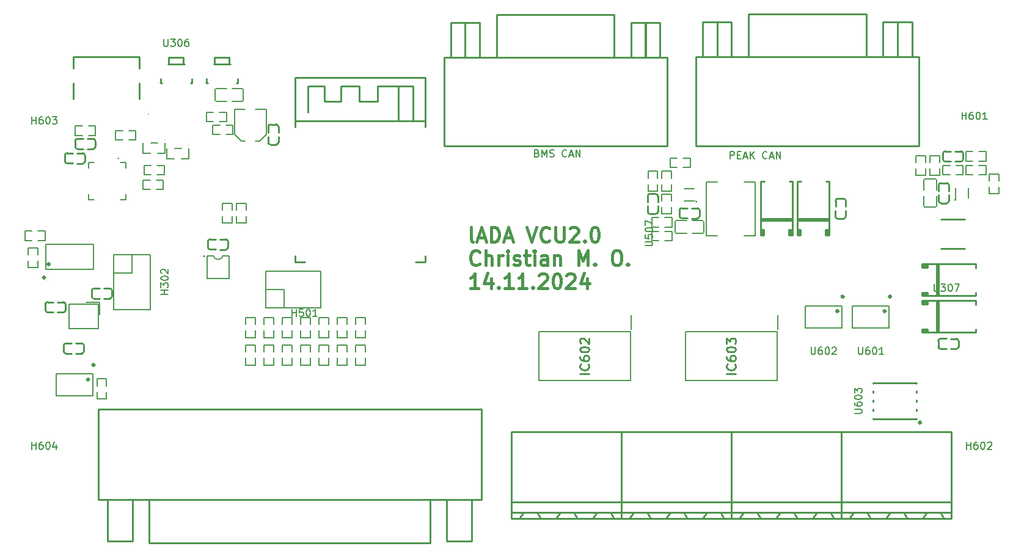
<source format=gto>
G04 #@! TF.GenerationSoftware,KiCad,Pcbnew,8.0.6*
G04 #@! TF.CreationDate,2025-05-06T21:58:27+02:00*
G04 #@! TF.ProjectId,VCU2.0,56435532-2e30-42e6-9b69-6361645f7063,rev?*
G04 #@! TF.SameCoordinates,Original*
G04 #@! TF.FileFunction,Legend,Top*
G04 #@! TF.FilePolarity,Positive*
%FSLAX46Y46*%
G04 Gerber Fmt 4.6, Leading zero omitted, Abs format (unit mm)*
G04 Created by KiCad (PCBNEW 8.0.6) date 2025-05-06 21:58:27*
%MOMM*%
%LPD*%
G01*
G04 APERTURE LIST*
%ADD10C,0.150000*%
%ADD11C,0.400000*%
%ADD12C,0.254000*%
%ADD13C,0.200000*%
%ADD14C,0.059995*%
%ADD15C,0.254001*%
%ADD16C,0.300000*%
%ADD17C,0.152400*%
%ADD18C,0.203200*%
%ADD19C,0.150013*%
%ADD20C,0.151994*%
%ADD21R,0.700000X1.925000*%
%ADD22R,0.600000X1.700000*%
%ADD23R,1.524003X0.600000*%
%ADD24O,0.700000X1.200000*%
%ADD25R,1.000000X0.600000*%
%ADD26R,3.900000X2.100000*%
%ADD27O,0.588011X2.045009*%
%ADD28C,1.800000*%
%ADD29R,1.800000X1.800000*%
%ADD30C,4.500000*%
%ADD31R,0.806477X0.864008*%
%ADD32R,0.864008X0.806477*%
%ADD33R,0.900000X0.800000*%
%ADD34R,0.800000X0.900000*%
%ADD35C,3.200000*%
%ADD36R,1.750013X3.500000*%
%ADD37R,1.410008X1.350013*%
%ADD38C,2.300000*%
%ADD39C,5.000000*%
%ADD40R,1.400000X1.200000*%
%ADD41R,0.680010X0.280010*%
%ADD42R,3.000000X2.300000*%
%ADD43R,2.300000X3.000000*%
%ADD44R,3.350013X3.350013*%
%ADD45R,0.905004X0.280010*%
%ADD46R,0.280010X0.905004*%
%ADD47O,0.364008X1.742012*%
%ADD48R,3.420015X2.424003*%
%ADD49R,0.300000X1.450013*%
%ADD50R,0.600000X1.450013*%
%ADD51O,1.000000X1.700000*%
%ADD52R,1.800000X1.450013*%
%ADD53C,0.649987*%
%ADD54R,0.700000X1.250013*%
%ADD55R,1.500000X0.900000*%
%ADD56R,0.900000X1.500000*%
%ADD57R,0.900000X0.900000*%
%ADD58R,0.280010X0.680010*%
%ADD59R,1.100000X2.600000*%
%ADD60R,1.300000X0.300000*%
%ADD61R,1.350013X1.410008*%
G04 APERTURE END LIST*
D10*
X124285809Y-120850819D02*
X124285809Y-119850819D01*
X124285809Y-119850819D02*
X124666761Y-119850819D01*
X124666761Y-119850819D02*
X124761999Y-119898438D01*
X124761999Y-119898438D02*
X124809618Y-119946057D01*
X124809618Y-119946057D02*
X124857237Y-120041295D01*
X124857237Y-120041295D02*
X124857237Y-120184152D01*
X124857237Y-120184152D02*
X124809618Y-120279390D01*
X124809618Y-120279390D02*
X124761999Y-120327009D01*
X124761999Y-120327009D02*
X124666761Y-120374628D01*
X124666761Y-120374628D02*
X124285809Y-120374628D01*
X125285809Y-120327009D02*
X125619142Y-120327009D01*
X125761999Y-120850819D02*
X125285809Y-120850819D01*
X125285809Y-120850819D02*
X125285809Y-119850819D01*
X125285809Y-119850819D02*
X125761999Y-119850819D01*
X126142952Y-120565104D02*
X126619142Y-120565104D01*
X126047714Y-120850819D02*
X126381047Y-119850819D01*
X126381047Y-119850819D02*
X126714380Y-120850819D01*
X127047714Y-120850819D02*
X127047714Y-119850819D01*
X127619142Y-120850819D02*
X127190571Y-120279390D01*
X127619142Y-119850819D02*
X127047714Y-120422247D01*
X129381047Y-120755580D02*
X129333428Y-120803200D01*
X129333428Y-120803200D02*
X129190571Y-120850819D01*
X129190571Y-120850819D02*
X129095333Y-120850819D01*
X129095333Y-120850819D02*
X128952476Y-120803200D01*
X128952476Y-120803200D02*
X128857238Y-120707961D01*
X128857238Y-120707961D02*
X128809619Y-120612723D01*
X128809619Y-120612723D02*
X128762000Y-120422247D01*
X128762000Y-120422247D02*
X128762000Y-120279390D01*
X128762000Y-120279390D02*
X128809619Y-120088914D01*
X128809619Y-120088914D02*
X128857238Y-119993676D01*
X128857238Y-119993676D02*
X128952476Y-119898438D01*
X128952476Y-119898438D02*
X129095333Y-119850819D01*
X129095333Y-119850819D02*
X129190571Y-119850819D01*
X129190571Y-119850819D02*
X129333428Y-119898438D01*
X129333428Y-119898438D02*
X129381047Y-119946057D01*
X129762000Y-120565104D02*
X130238190Y-120565104D01*
X129666762Y-120850819D02*
X130000095Y-119850819D01*
X130000095Y-119850819D02*
X130333428Y-120850819D01*
X130666762Y-120850819D02*
X130666762Y-119850819D01*
X130666762Y-119850819D02*
X131238190Y-120850819D01*
X131238190Y-120850819D02*
X131238190Y-119850819D01*
X97520476Y-120073009D02*
X97663333Y-120120628D01*
X97663333Y-120120628D02*
X97710952Y-120168247D01*
X97710952Y-120168247D02*
X97758571Y-120263485D01*
X97758571Y-120263485D02*
X97758571Y-120406342D01*
X97758571Y-120406342D02*
X97710952Y-120501580D01*
X97710952Y-120501580D02*
X97663333Y-120549200D01*
X97663333Y-120549200D02*
X97568095Y-120596819D01*
X97568095Y-120596819D02*
X97187143Y-120596819D01*
X97187143Y-120596819D02*
X97187143Y-119596819D01*
X97187143Y-119596819D02*
X97520476Y-119596819D01*
X97520476Y-119596819D02*
X97615714Y-119644438D01*
X97615714Y-119644438D02*
X97663333Y-119692057D01*
X97663333Y-119692057D02*
X97710952Y-119787295D01*
X97710952Y-119787295D02*
X97710952Y-119882533D01*
X97710952Y-119882533D02*
X97663333Y-119977771D01*
X97663333Y-119977771D02*
X97615714Y-120025390D01*
X97615714Y-120025390D02*
X97520476Y-120073009D01*
X97520476Y-120073009D02*
X97187143Y-120073009D01*
X98187143Y-120596819D02*
X98187143Y-119596819D01*
X98187143Y-119596819D02*
X98520476Y-120311104D01*
X98520476Y-120311104D02*
X98853809Y-119596819D01*
X98853809Y-119596819D02*
X98853809Y-120596819D01*
X99282381Y-120549200D02*
X99425238Y-120596819D01*
X99425238Y-120596819D02*
X99663333Y-120596819D01*
X99663333Y-120596819D02*
X99758571Y-120549200D01*
X99758571Y-120549200D02*
X99806190Y-120501580D01*
X99806190Y-120501580D02*
X99853809Y-120406342D01*
X99853809Y-120406342D02*
X99853809Y-120311104D01*
X99853809Y-120311104D02*
X99806190Y-120215866D01*
X99806190Y-120215866D02*
X99758571Y-120168247D01*
X99758571Y-120168247D02*
X99663333Y-120120628D01*
X99663333Y-120120628D02*
X99472857Y-120073009D01*
X99472857Y-120073009D02*
X99377619Y-120025390D01*
X99377619Y-120025390D02*
X99330000Y-119977771D01*
X99330000Y-119977771D02*
X99282381Y-119882533D01*
X99282381Y-119882533D02*
X99282381Y-119787295D01*
X99282381Y-119787295D02*
X99330000Y-119692057D01*
X99330000Y-119692057D02*
X99377619Y-119644438D01*
X99377619Y-119644438D02*
X99472857Y-119596819D01*
X99472857Y-119596819D02*
X99710952Y-119596819D01*
X99710952Y-119596819D02*
X99853809Y-119644438D01*
X101615714Y-120501580D02*
X101568095Y-120549200D01*
X101568095Y-120549200D02*
X101425238Y-120596819D01*
X101425238Y-120596819D02*
X101330000Y-120596819D01*
X101330000Y-120596819D02*
X101187143Y-120549200D01*
X101187143Y-120549200D02*
X101091905Y-120453961D01*
X101091905Y-120453961D02*
X101044286Y-120358723D01*
X101044286Y-120358723D02*
X100996667Y-120168247D01*
X100996667Y-120168247D02*
X100996667Y-120025390D01*
X100996667Y-120025390D02*
X101044286Y-119834914D01*
X101044286Y-119834914D02*
X101091905Y-119739676D01*
X101091905Y-119739676D02*
X101187143Y-119644438D01*
X101187143Y-119644438D02*
X101330000Y-119596819D01*
X101330000Y-119596819D02*
X101425238Y-119596819D01*
X101425238Y-119596819D02*
X101568095Y-119644438D01*
X101568095Y-119644438D02*
X101615714Y-119692057D01*
X101996667Y-120311104D02*
X102472857Y-120311104D01*
X101901429Y-120596819D02*
X102234762Y-119596819D01*
X102234762Y-119596819D02*
X102568095Y-120596819D01*
X102901429Y-120596819D02*
X102901429Y-119596819D01*
X102901429Y-119596819D02*
X103472857Y-120596819D01*
X103472857Y-120596819D02*
X103472857Y-119596819D01*
D11*
X88655061Y-132359662D02*
X88464585Y-132264424D01*
X88464585Y-132264424D02*
X88369347Y-132073947D01*
X88369347Y-132073947D02*
X88369347Y-130359662D01*
X89321728Y-131788233D02*
X90274109Y-131788233D01*
X89131252Y-132359662D02*
X89797918Y-130359662D01*
X89797918Y-130359662D02*
X90464585Y-132359662D01*
X91131252Y-132359662D02*
X91131252Y-130359662D01*
X91131252Y-130359662D02*
X91607442Y-130359662D01*
X91607442Y-130359662D02*
X91893157Y-130454900D01*
X91893157Y-130454900D02*
X92083633Y-130645376D01*
X92083633Y-130645376D02*
X92178871Y-130835852D01*
X92178871Y-130835852D02*
X92274109Y-131216804D01*
X92274109Y-131216804D02*
X92274109Y-131502519D01*
X92274109Y-131502519D02*
X92178871Y-131883471D01*
X92178871Y-131883471D02*
X92083633Y-132073947D01*
X92083633Y-132073947D02*
X91893157Y-132264424D01*
X91893157Y-132264424D02*
X91607442Y-132359662D01*
X91607442Y-132359662D02*
X91131252Y-132359662D01*
X93036014Y-131788233D02*
X93988395Y-131788233D01*
X92845538Y-132359662D02*
X93512204Y-130359662D01*
X93512204Y-130359662D02*
X94178871Y-132359662D01*
X96083634Y-130359662D02*
X96750300Y-132359662D01*
X96750300Y-132359662D02*
X97416967Y-130359662D01*
X99226491Y-132169185D02*
X99131253Y-132264424D01*
X99131253Y-132264424D02*
X98845539Y-132359662D01*
X98845539Y-132359662D02*
X98655063Y-132359662D01*
X98655063Y-132359662D02*
X98369348Y-132264424D01*
X98369348Y-132264424D02*
X98178872Y-132073947D01*
X98178872Y-132073947D02*
X98083634Y-131883471D01*
X98083634Y-131883471D02*
X97988396Y-131502519D01*
X97988396Y-131502519D02*
X97988396Y-131216804D01*
X97988396Y-131216804D02*
X98083634Y-130835852D01*
X98083634Y-130835852D02*
X98178872Y-130645376D01*
X98178872Y-130645376D02*
X98369348Y-130454900D01*
X98369348Y-130454900D02*
X98655063Y-130359662D01*
X98655063Y-130359662D02*
X98845539Y-130359662D01*
X98845539Y-130359662D02*
X99131253Y-130454900D01*
X99131253Y-130454900D02*
X99226491Y-130550138D01*
X100083634Y-130359662D02*
X100083634Y-131978709D01*
X100083634Y-131978709D02*
X100178872Y-132169185D01*
X100178872Y-132169185D02*
X100274110Y-132264424D01*
X100274110Y-132264424D02*
X100464586Y-132359662D01*
X100464586Y-132359662D02*
X100845539Y-132359662D01*
X100845539Y-132359662D02*
X101036015Y-132264424D01*
X101036015Y-132264424D02*
X101131253Y-132169185D01*
X101131253Y-132169185D02*
X101226491Y-131978709D01*
X101226491Y-131978709D02*
X101226491Y-130359662D01*
X102083634Y-130550138D02*
X102178872Y-130454900D01*
X102178872Y-130454900D02*
X102369348Y-130359662D01*
X102369348Y-130359662D02*
X102845539Y-130359662D01*
X102845539Y-130359662D02*
X103036015Y-130454900D01*
X103036015Y-130454900D02*
X103131253Y-130550138D01*
X103131253Y-130550138D02*
X103226491Y-130740614D01*
X103226491Y-130740614D02*
X103226491Y-130931090D01*
X103226491Y-130931090D02*
X103131253Y-131216804D01*
X103131253Y-131216804D02*
X101988396Y-132359662D01*
X101988396Y-132359662D02*
X103226491Y-132359662D01*
X104083634Y-132169185D02*
X104178872Y-132264424D01*
X104178872Y-132264424D02*
X104083634Y-132359662D01*
X104083634Y-132359662D02*
X103988396Y-132264424D01*
X103988396Y-132264424D02*
X104083634Y-132169185D01*
X104083634Y-132169185D02*
X104083634Y-132359662D01*
X105416967Y-130359662D02*
X105607444Y-130359662D01*
X105607444Y-130359662D02*
X105797920Y-130454900D01*
X105797920Y-130454900D02*
X105893158Y-130550138D01*
X105893158Y-130550138D02*
X105988396Y-130740614D01*
X105988396Y-130740614D02*
X106083634Y-131121566D01*
X106083634Y-131121566D02*
X106083634Y-131597757D01*
X106083634Y-131597757D02*
X105988396Y-131978709D01*
X105988396Y-131978709D02*
X105893158Y-132169185D01*
X105893158Y-132169185D02*
X105797920Y-132264424D01*
X105797920Y-132264424D02*
X105607444Y-132359662D01*
X105607444Y-132359662D02*
X105416967Y-132359662D01*
X105416967Y-132359662D02*
X105226491Y-132264424D01*
X105226491Y-132264424D02*
X105131253Y-132169185D01*
X105131253Y-132169185D02*
X105036015Y-131978709D01*
X105036015Y-131978709D02*
X104940777Y-131597757D01*
X104940777Y-131597757D02*
X104940777Y-131121566D01*
X104940777Y-131121566D02*
X105036015Y-130740614D01*
X105036015Y-130740614D02*
X105131253Y-130550138D01*
X105131253Y-130550138D02*
X105226491Y-130454900D01*
X105226491Y-130454900D02*
X105416967Y-130359662D01*
X89512204Y-135389073D02*
X89416966Y-135484312D01*
X89416966Y-135484312D02*
X89131252Y-135579550D01*
X89131252Y-135579550D02*
X88940776Y-135579550D01*
X88940776Y-135579550D02*
X88655061Y-135484312D01*
X88655061Y-135484312D02*
X88464585Y-135293835D01*
X88464585Y-135293835D02*
X88369347Y-135103359D01*
X88369347Y-135103359D02*
X88274109Y-134722407D01*
X88274109Y-134722407D02*
X88274109Y-134436692D01*
X88274109Y-134436692D02*
X88369347Y-134055740D01*
X88369347Y-134055740D02*
X88464585Y-133865264D01*
X88464585Y-133865264D02*
X88655061Y-133674788D01*
X88655061Y-133674788D02*
X88940776Y-133579550D01*
X88940776Y-133579550D02*
X89131252Y-133579550D01*
X89131252Y-133579550D02*
X89416966Y-133674788D01*
X89416966Y-133674788D02*
X89512204Y-133770026D01*
X90369347Y-135579550D02*
X90369347Y-133579550D01*
X91226490Y-135579550D02*
X91226490Y-134531931D01*
X91226490Y-134531931D02*
X91131252Y-134341454D01*
X91131252Y-134341454D02*
X90940776Y-134246216D01*
X90940776Y-134246216D02*
X90655061Y-134246216D01*
X90655061Y-134246216D02*
X90464585Y-134341454D01*
X90464585Y-134341454D02*
X90369347Y-134436692D01*
X92178871Y-135579550D02*
X92178871Y-134246216D01*
X92178871Y-134627169D02*
X92274109Y-134436692D01*
X92274109Y-134436692D02*
X92369347Y-134341454D01*
X92369347Y-134341454D02*
X92559823Y-134246216D01*
X92559823Y-134246216D02*
X92750300Y-134246216D01*
X93416966Y-135579550D02*
X93416966Y-134246216D01*
X93416966Y-133579550D02*
X93321728Y-133674788D01*
X93321728Y-133674788D02*
X93416966Y-133770026D01*
X93416966Y-133770026D02*
X93512204Y-133674788D01*
X93512204Y-133674788D02*
X93416966Y-133579550D01*
X93416966Y-133579550D02*
X93416966Y-133770026D01*
X94274109Y-135484312D02*
X94464585Y-135579550D01*
X94464585Y-135579550D02*
X94845537Y-135579550D01*
X94845537Y-135579550D02*
X95036014Y-135484312D01*
X95036014Y-135484312D02*
X95131252Y-135293835D01*
X95131252Y-135293835D02*
X95131252Y-135198597D01*
X95131252Y-135198597D02*
X95036014Y-135008121D01*
X95036014Y-135008121D02*
X94845537Y-134912883D01*
X94845537Y-134912883D02*
X94559823Y-134912883D01*
X94559823Y-134912883D02*
X94369347Y-134817645D01*
X94369347Y-134817645D02*
X94274109Y-134627169D01*
X94274109Y-134627169D02*
X94274109Y-134531931D01*
X94274109Y-134531931D02*
X94369347Y-134341454D01*
X94369347Y-134341454D02*
X94559823Y-134246216D01*
X94559823Y-134246216D02*
X94845537Y-134246216D01*
X94845537Y-134246216D02*
X95036014Y-134341454D01*
X95702681Y-134246216D02*
X96464585Y-134246216D01*
X95988395Y-133579550D02*
X95988395Y-135293835D01*
X95988395Y-135293835D02*
X96083633Y-135484312D01*
X96083633Y-135484312D02*
X96274109Y-135579550D01*
X96274109Y-135579550D02*
X96464585Y-135579550D01*
X97131252Y-135579550D02*
X97131252Y-134246216D01*
X97131252Y-133579550D02*
X97036014Y-133674788D01*
X97036014Y-133674788D02*
X97131252Y-133770026D01*
X97131252Y-133770026D02*
X97226490Y-133674788D01*
X97226490Y-133674788D02*
X97131252Y-133579550D01*
X97131252Y-133579550D02*
X97131252Y-133770026D01*
X98940776Y-135579550D02*
X98940776Y-134531931D01*
X98940776Y-134531931D02*
X98845538Y-134341454D01*
X98845538Y-134341454D02*
X98655062Y-134246216D01*
X98655062Y-134246216D02*
X98274109Y-134246216D01*
X98274109Y-134246216D02*
X98083633Y-134341454D01*
X98940776Y-135484312D02*
X98750300Y-135579550D01*
X98750300Y-135579550D02*
X98274109Y-135579550D01*
X98274109Y-135579550D02*
X98083633Y-135484312D01*
X98083633Y-135484312D02*
X97988395Y-135293835D01*
X97988395Y-135293835D02*
X97988395Y-135103359D01*
X97988395Y-135103359D02*
X98083633Y-134912883D01*
X98083633Y-134912883D02*
X98274109Y-134817645D01*
X98274109Y-134817645D02*
X98750300Y-134817645D01*
X98750300Y-134817645D02*
X98940776Y-134722407D01*
X99893157Y-134246216D02*
X99893157Y-135579550D01*
X99893157Y-134436692D02*
X99988395Y-134341454D01*
X99988395Y-134341454D02*
X100178871Y-134246216D01*
X100178871Y-134246216D02*
X100464586Y-134246216D01*
X100464586Y-134246216D02*
X100655062Y-134341454D01*
X100655062Y-134341454D02*
X100750300Y-134531931D01*
X100750300Y-134531931D02*
X100750300Y-135579550D01*
X103226491Y-135579550D02*
X103226491Y-133579550D01*
X103226491Y-133579550D02*
X103893158Y-135008121D01*
X103893158Y-135008121D02*
X104559824Y-133579550D01*
X104559824Y-133579550D02*
X104559824Y-135579550D01*
X105512205Y-135389073D02*
X105607443Y-135484312D01*
X105607443Y-135484312D02*
X105512205Y-135579550D01*
X105512205Y-135579550D02*
X105416967Y-135484312D01*
X105416967Y-135484312D02*
X105512205Y-135389073D01*
X105512205Y-135389073D02*
X105512205Y-135579550D01*
X108369348Y-133579550D02*
X108750301Y-133579550D01*
X108750301Y-133579550D02*
X108940777Y-133674788D01*
X108940777Y-133674788D02*
X109131253Y-133865264D01*
X109131253Y-133865264D02*
X109226491Y-134246216D01*
X109226491Y-134246216D02*
X109226491Y-134912883D01*
X109226491Y-134912883D02*
X109131253Y-135293835D01*
X109131253Y-135293835D02*
X108940777Y-135484312D01*
X108940777Y-135484312D02*
X108750301Y-135579550D01*
X108750301Y-135579550D02*
X108369348Y-135579550D01*
X108369348Y-135579550D02*
X108178872Y-135484312D01*
X108178872Y-135484312D02*
X107988396Y-135293835D01*
X107988396Y-135293835D02*
X107893158Y-134912883D01*
X107893158Y-134912883D02*
X107893158Y-134246216D01*
X107893158Y-134246216D02*
X107988396Y-133865264D01*
X107988396Y-133865264D02*
X108178872Y-133674788D01*
X108178872Y-133674788D02*
X108369348Y-133579550D01*
X110083634Y-135389073D02*
X110178872Y-135484312D01*
X110178872Y-135484312D02*
X110083634Y-135579550D01*
X110083634Y-135579550D02*
X109988396Y-135484312D01*
X109988396Y-135484312D02*
X110083634Y-135389073D01*
X110083634Y-135389073D02*
X110083634Y-135579550D01*
X89416966Y-138799438D02*
X88274109Y-138799438D01*
X88845537Y-138799438D02*
X88845537Y-136799438D01*
X88845537Y-136799438D02*
X88655061Y-137085152D01*
X88655061Y-137085152D02*
X88464585Y-137275628D01*
X88464585Y-137275628D02*
X88274109Y-137370866D01*
X91131252Y-137466104D02*
X91131252Y-138799438D01*
X90655061Y-136704200D02*
X90178871Y-138132771D01*
X90178871Y-138132771D02*
X91416966Y-138132771D01*
X92178871Y-138608961D02*
X92274109Y-138704200D01*
X92274109Y-138704200D02*
X92178871Y-138799438D01*
X92178871Y-138799438D02*
X92083633Y-138704200D01*
X92083633Y-138704200D02*
X92178871Y-138608961D01*
X92178871Y-138608961D02*
X92178871Y-138799438D01*
X94178871Y-138799438D02*
X93036014Y-138799438D01*
X93607442Y-138799438D02*
X93607442Y-136799438D01*
X93607442Y-136799438D02*
X93416966Y-137085152D01*
X93416966Y-137085152D02*
X93226490Y-137275628D01*
X93226490Y-137275628D02*
X93036014Y-137370866D01*
X96083633Y-138799438D02*
X94940776Y-138799438D01*
X95512204Y-138799438D02*
X95512204Y-136799438D01*
X95512204Y-136799438D02*
X95321728Y-137085152D01*
X95321728Y-137085152D02*
X95131252Y-137275628D01*
X95131252Y-137275628D02*
X94940776Y-137370866D01*
X96940776Y-138608961D02*
X97036014Y-138704200D01*
X97036014Y-138704200D02*
X96940776Y-138799438D01*
X96940776Y-138799438D02*
X96845538Y-138704200D01*
X96845538Y-138704200D02*
X96940776Y-138608961D01*
X96940776Y-138608961D02*
X96940776Y-138799438D01*
X97797919Y-136989914D02*
X97893157Y-136894676D01*
X97893157Y-136894676D02*
X98083633Y-136799438D01*
X98083633Y-136799438D02*
X98559824Y-136799438D01*
X98559824Y-136799438D02*
X98750300Y-136894676D01*
X98750300Y-136894676D02*
X98845538Y-136989914D01*
X98845538Y-136989914D02*
X98940776Y-137180390D01*
X98940776Y-137180390D02*
X98940776Y-137370866D01*
X98940776Y-137370866D02*
X98845538Y-137656580D01*
X98845538Y-137656580D02*
X97702681Y-138799438D01*
X97702681Y-138799438D02*
X98940776Y-138799438D01*
X100178871Y-136799438D02*
X100369348Y-136799438D01*
X100369348Y-136799438D02*
X100559824Y-136894676D01*
X100559824Y-136894676D02*
X100655062Y-136989914D01*
X100655062Y-136989914D02*
X100750300Y-137180390D01*
X100750300Y-137180390D02*
X100845538Y-137561342D01*
X100845538Y-137561342D02*
X100845538Y-138037533D01*
X100845538Y-138037533D02*
X100750300Y-138418485D01*
X100750300Y-138418485D02*
X100655062Y-138608961D01*
X100655062Y-138608961D02*
X100559824Y-138704200D01*
X100559824Y-138704200D02*
X100369348Y-138799438D01*
X100369348Y-138799438D02*
X100178871Y-138799438D01*
X100178871Y-138799438D02*
X99988395Y-138704200D01*
X99988395Y-138704200D02*
X99893157Y-138608961D01*
X99893157Y-138608961D02*
X99797919Y-138418485D01*
X99797919Y-138418485D02*
X99702681Y-138037533D01*
X99702681Y-138037533D02*
X99702681Y-137561342D01*
X99702681Y-137561342D02*
X99797919Y-137180390D01*
X99797919Y-137180390D02*
X99893157Y-136989914D01*
X99893157Y-136989914D02*
X99988395Y-136894676D01*
X99988395Y-136894676D02*
X100178871Y-136799438D01*
X101607443Y-136989914D02*
X101702681Y-136894676D01*
X101702681Y-136894676D02*
X101893157Y-136799438D01*
X101893157Y-136799438D02*
X102369348Y-136799438D01*
X102369348Y-136799438D02*
X102559824Y-136894676D01*
X102559824Y-136894676D02*
X102655062Y-136989914D01*
X102655062Y-136989914D02*
X102750300Y-137180390D01*
X102750300Y-137180390D02*
X102750300Y-137370866D01*
X102750300Y-137370866D02*
X102655062Y-137656580D01*
X102655062Y-137656580D02*
X101512205Y-138799438D01*
X101512205Y-138799438D02*
X102750300Y-138799438D01*
X104464586Y-137466104D02*
X104464586Y-138799438D01*
X103988395Y-136704200D02*
X103512205Y-138132771D01*
X103512205Y-138132771D02*
X104750300Y-138132771D01*
D12*
X125034318Y-150671286D02*
X123764318Y-150671286D01*
X124913365Y-149340809D02*
X124973842Y-149401285D01*
X124973842Y-149401285D02*
X125034318Y-149582714D01*
X125034318Y-149582714D02*
X125034318Y-149703666D01*
X125034318Y-149703666D02*
X124973842Y-149885095D01*
X124973842Y-149885095D02*
X124852889Y-150006047D01*
X124852889Y-150006047D02*
X124731937Y-150066524D01*
X124731937Y-150066524D02*
X124490032Y-150127000D01*
X124490032Y-150127000D02*
X124308603Y-150127000D01*
X124308603Y-150127000D02*
X124066699Y-150066524D01*
X124066699Y-150066524D02*
X123945746Y-150006047D01*
X123945746Y-150006047D02*
X123824794Y-149885095D01*
X123824794Y-149885095D02*
X123764318Y-149703666D01*
X123764318Y-149703666D02*
X123764318Y-149582714D01*
X123764318Y-149582714D02*
X123824794Y-149401285D01*
X123824794Y-149401285D02*
X123885270Y-149340809D01*
X123764318Y-148252238D02*
X123764318Y-148494143D01*
X123764318Y-148494143D02*
X123824794Y-148615095D01*
X123824794Y-148615095D02*
X123885270Y-148675571D01*
X123885270Y-148675571D02*
X124066699Y-148796524D01*
X124066699Y-148796524D02*
X124308603Y-148857000D01*
X124308603Y-148857000D02*
X124792413Y-148857000D01*
X124792413Y-148857000D02*
X124913365Y-148796524D01*
X124913365Y-148796524D02*
X124973842Y-148736047D01*
X124973842Y-148736047D02*
X125034318Y-148615095D01*
X125034318Y-148615095D02*
X125034318Y-148373190D01*
X125034318Y-148373190D02*
X124973842Y-148252238D01*
X124973842Y-148252238D02*
X124913365Y-148191762D01*
X124913365Y-148191762D02*
X124792413Y-148131285D01*
X124792413Y-148131285D02*
X124490032Y-148131285D01*
X124490032Y-148131285D02*
X124369080Y-148191762D01*
X124369080Y-148191762D02*
X124308603Y-148252238D01*
X124308603Y-148252238D02*
X124248127Y-148373190D01*
X124248127Y-148373190D02*
X124248127Y-148615095D01*
X124248127Y-148615095D02*
X124308603Y-148736047D01*
X124308603Y-148736047D02*
X124369080Y-148796524D01*
X124369080Y-148796524D02*
X124490032Y-148857000D01*
X123764318Y-147345095D02*
X123764318Y-147224142D01*
X123764318Y-147224142D02*
X123824794Y-147103190D01*
X123824794Y-147103190D02*
X123885270Y-147042714D01*
X123885270Y-147042714D02*
X124006222Y-146982238D01*
X124006222Y-146982238D02*
X124248127Y-146921761D01*
X124248127Y-146921761D02*
X124550508Y-146921761D01*
X124550508Y-146921761D02*
X124792413Y-146982238D01*
X124792413Y-146982238D02*
X124913365Y-147042714D01*
X124913365Y-147042714D02*
X124973842Y-147103190D01*
X124973842Y-147103190D02*
X125034318Y-147224142D01*
X125034318Y-147224142D02*
X125034318Y-147345095D01*
X125034318Y-147345095D02*
X124973842Y-147466047D01*
X124973842Y-147466047D02*
X124913365Y-147526523D01*
X124913365Y-147526523D02*
X124792413Y-147587000D01*
X124792413Y-147587000D02*
X124550508Y-147647476D01*
X124550508Y-147647476D02*
X124248127Y-147647476D01*
X124248127Y-147647476D02*
X124006222Y-147587000D01*
X124006222Y-147587000D02*
X123885270Y-147526523D01*
X123885270Y-147526523D02*
X123824794Y-147466047D01*
X123824794Y-147466047D02*
X123764318Y-147345095D01*
X123764318Y-146498428D02*
X123764318Y-145712237D01*
X123764318Y-145712237D02*
X124248127Y-146135571D01*
X124248127Y-146135571D02*
X124248127Y-145954142D01*
X124248127Y-145954142D02*
X124308603Y-145833190D01*
X124308603Y-145833190D02*
X124369080Y-145772714D01*
X124369080Y-145772714D02*
X124490032Y-145712237D01*
X124490032Y-145712237D02*
X124792413Y-145712237D01*
X124792413Y-145712237D02*
X124913365Y-145772714D01*
X124913365Y-145772714D02*
X124973842Y-145833190D01*
X124973842Y-145833190D02*
X125034318Y-145954142D01*
X125034318Y-145954142D02*
X125034318Y-146316999D01*
X125034318Y-146316999D02*
X124973842Y-146437952D01*
X124973842Y-146437952D02*
X124913365Y-146498428D01*
X104714318Y-150671286D02*
X103444318Y-150671286D01*
X104593365Y-149340809D02*
X104653842Y-149401285D01*
X104653842Y-149401285D02*
X104714318Y-149582714D01*
X104714318Y-149582714D02*
X104714318Y-149703666D01*
X104714318Y-149703666D02*
X104653842Y-149885095D01*
X104653842Y-149885095D02*
X104532889Y-150006047D01*
X104532889Y-150006047D02*
X104411937Y-150066524D01*
X104411937Y-150066524D02*
X104170032Y-150127000D01*
X104170032Y-150127000D02*
X103988603Y-150127000D01*
X103988603Y-150127000D02*
X103746699Y-150066524D01*
X103746699Y-150066524D02*
X103625746Y-150006047D01*
X103625746Y-150006047D02*
X103504794Y-149885095D01*
X103504794Y-149885095D02*
X103444318Y-149703666D01*
X103444318Y-149703666D02*
X103444318Y-149582714D01*
X103444318Y-149582714D02*
X103504794Y-149401285D01*
X103504794Y-149401285D02*
X103565270Y-149340809D01*
X103444318Y-148252238D02*
X103444318Y-148494143D01*
X103444318Y-148494143D02*
X103504794Y-148615095D01*
X103504794Y-148615095D02*
X103565270Y-148675571D01*
X103565270Y-148675571D02*
X103746699Y-148796524D01*
X103746699Y-148796524D02*
X103988603Y-148857000D01*
X103988603Y-148857000D02*
X104472413Y-148857000D01*
X104472413Y-148857000D02*
X104593365Y-148796524D01*
X104593365Y-148796524D02*
X104653842Y-148736047D01*
X104653842Y-148736047D02*
X104714318Y-148615095D01*
X104714318Y-148615095D02*
X104714318Y-148373190D01*
X104714318Y-148373190D02*
X104653842Y-148252238D01*
X104653842Y-148252238D02*
X104593365Y-148191762D01*
X104593365Y-148191762D02*
X104472413Y-148131285D01*
X104472413Y-148131285D02*
X104170032Y-148131285D01*
X104170032Y-148131285D02*
X104049080Y-148191762D01*
X104049080Y-148191762D02*
X103988603Y-148252238D01*
X103988603Y-148252238D02*
X103928127Y-148373190D01*
X103928127Y-148373190D02*
X103928127Y-148615095D01*
X103928127Y-148615095D02*
X103988603Y-148736047D01*
X103988603Y-148736047D02*
X104049080Y-148796524D01*
X104049080Y-148796524D02*
X104170032Y-148857000D01*
X103444318Y-147345095D02*
X103444318Y-147224142D01*
X103444318Y-147224142D02*
X103504794Y-147103190D01*
X103504794Y-147103190D02*
X103565270Y-147042714D01*
X103565270Y-147042714D02*
X103686222Y-146982238D01*
X103686222Y-146982238D02*
X103928127Y-146921761D01*
X103928127Y-146921761D02*
X104230508Y-146921761D01*
X104230508Y-146921761D02*
X104472413Y-146982238D01*
X104472413Y-146982238D02*
X104593365Y-147042714D01*
X104593365Y-147042714D02*
X104653842Y-147103190D01*
X104653842Y-147103190D02*
X104714318Y-147224142D01*
X104714318Y-147224142D02*
X104714318Y-147345095D01*
X104714318Y-147345095D02*
X104653842Y-147466047D01*
X104653842Y-147466047D02*
X104593365Y-147526523D01*
X104593365Y-147526523D02*
X104472413Y-147587000D01*
X104472413Y-147587000D02*
X104230508Y-147647476D01*
X104230508Y-147647476D02*
X103928127Y-147647476D01*
X103928127Y-147647476D02*
X103686222Y-147587000D01*
X103686222Y-147587000D02*
X103565270Y-147526523D01*
X103565270Y-147526523D02*
X103504794Y-147466047D01*
X103504794Y-147466047D02*
X103444318Y-147345095D01*
X103565270Y-146437952D02*
X103504794Y-146377476D01*
X103504794Y-146377476D02*
X103444318Y-146256523D01*
X103444318Y-146256523D02*
X103444318Y-145954142D01*
X103444318Y-145954142D02*
X103504794Y-145833190D01*
X103504794Y-145833190D02*
X103565270Y-145772714D01*
X103565270Y-145772714D02*
X103686222Y-145712237D01*
X103686222Y-145712237D02*
X103807175Y-145712237D01*
X103807175Y-145712237D02*
X103988603Y-145772714D01*
X103988603Y-145772714D02*
X104714318Y-146498428D01*
X104714318Y-146498428D02*
X104714318Y-145712237D01*
D10*
X152523963Y-138230265D02*
X152523963Y-139039788D01*
X152523963Y-139039788D02*
X152571582Y-139135026D01*
X152571582Y-139135026D02*
X152619201Y-139182646D01*
X152619201Y-139182646D02*
X152714439Y-139230265D01*
X152714439Y-139230265D02*
X152904915Y-139230265D01*
X152904915Y-139230265D02*
X153000153Y-139182646D01*
X153000153Y-139182646D02*
X153047772Y-139135026D01*
X153047772Y-139135026D02*
X153095391Y-139039788D01*
X153095391Y-139039788D02*
X153095391Y-138230265D01*
X153476344Y-138230265D02*
X154095391Y-138230265D01*
X154095391Y-138230265D02*
X153762058Y-138611217D01*
X153762058Y-138611217D02*
X153904915Y-138611217D01*
X153904915Y-138611217D02*
X154000153Y-138658836D01*
X154000153Y-138658836D02*
X154047772Y-138706455D01*
X154047772Y-138706455D02*
X154095391Y-138801693D01*
X154095391Y-138801693D02*
X154095391Y-139039788D01*
X154095391Y-139039788D02*
X154047772Y-139135026D01*
X154047772Y-139135026D02*
X154000153Y-139182646D01*
X154000153Y-139182646D02*
X153904915Y-139230265D01*
X153904915Y-139230265D02*
X153619201Y-139230265D01*
X153619201Y-139230265D02*
X153523963Y-139182646D01*
X153523963Y-139182646D02*
X153476344Y-139135026D01*
X154714439Y-138230265D02*
X154809677Y-138230265D01*
X154809677Y-138230265D02*
X154904915Y-138277884D01*
X154904915Y-138277884D02*
X154952534Y-138325503D01*
X154952534Y-138325503D02*
X155000153Y-138420741D01*
X155000153Y-138420741D02*
X155047772Y-138611217D01*
X155047772Y-138611217D02*
X155047772Y-138849312D01*
X155047772Y-138849312D02*
X155000153Y-139039788D01*
X155000153Y-139039788D02*
X154952534Y-139135026D01*
X154952534Y-139135026D02*
X154904915Y-139182646D01*
X154904915Y-139182646D02*
X154809677Y-139230265D01*
X154809677Y-139230265D02*
X154714439Y-139230265D01*
X154714439Y-139230265D02*
X154619201Y-139182646D01*
X154619201Y-139182646D02*
X154571582Y-139135026D01*
X154571582Y-139135026D02*
X154523963Y-139039788D01*
X154523963Y-139039788D02*
X154476344Y-138849312D01*
X154476344Y-138849312D02*
X154476344Y-138611217D01*
X154476344Y-138611217D02*
X154523963Y-138420741D01*
X154523963Y-138420741D02*
X154571582Y-138325503D01*
X154571582Y-138325503D02*
X154619201Y-138277884D01*
X154619201Y-138277884D02*
X154714439Y-138230265D01*
X155381106Y-138230265D02*
X156047772Y-138230265D01*
X156047772Y-138230265D02*
X155619201Y-139230265D01*
X45783714Y-104261815D02*
X45783714Y-105071338D01*
X45783714Y-105071338D02*
X45831333Y-105166576D01*
X45831333Y-105166576D02*
X45878952Y-105214196D01*
X45878952Y-105214196D02*
X45974190Y-105261815D01*
X45974190Y-105261815D02*
X46164666Y-105261815D01*
X46164666Y-105261815D02*
X46259904Y-105214196D01*
X46259904Y-105214196D02*
X46307523Y-105166576D01*
X46307523Y-105166576D02*
X46355142Y-105071338D01*
X46355142Y-105071338D02*
X46355142Y-104261815D01*
X46736095Y-104261815D02*
X47355142Y-104261815D01*
X47355142Y-104261815D02*
X47021809Y-104642767D01*
X47021809Y-104642767D02*
X47164666Y-104642767D01*
X47164666Y-104642767D02*
X47259904Y-104690386D01*
X47259904Y-104690386D02*
X47307523Y-104738005D01*
X47307523Y-104738005D02*
X47355142Y-104833243D01*
X47355142Y-104833243D02*
X47355142Y-105071338D01*
X47355142Y-105071338D02*
X47307523Y-105166576D01*
X47307523Y-105166576D02*
X47259904Y-105214196D01*
X47259904Y-105214196D02*
X47164666Y-105261815D01*
X47164666Y-105261815D02*
X46878952Y-105261815D01*
X46878952Y-105261815D02*
X46783714Y-105214196D01*
X46783714Y-105214196D02*
X46736095Y-105166576D01*
X47974190Y-104261815D02*
X48069428Y-104261815D01*
X48069428Y-104261815D02*
X48164666Y-104309434D01*
X48164666Y-104309434D02*
X48212285Y-104357053D01*
X48212285Y-104357053D02*
X48259904Y-104452291D01*
X48259904Y-104452291D02*
X48307523Y-104642767D01*
X48307523Y-104642767D02*
X48307523Y-104880862D01*
X48307523Y-104880862D02*
X48259904Y-105071338D01*
X48259904Y-105071338D02*
X48212285Y-105166576D01*
X48212285Y-105166576D02*
X48164666Y-105214196D01*
X48164666Y-105214196D02*
X48069428Y-105261815D01*
X48069428Y-105261815D02*
X47974190Y-105261815D01*
X47974190Y-105261815D02*
X47878952Y-105214196D01*
X47878952Y-105214196D02*
X47831333Y-105166576D01*
X47831333Y-105166576D02*
X47783714Y-105071338D01*
X47783714Y-105071338D02*
X47736095Y-104880862D01*
X47736095Y-104880862D02*
X47736095Y-104642767D01*
X47736095Y-104642767D02*
X47783714Y-104452291D01*
X47783714Y-104452291D02*
X47831333Y-104357053D01*
X47831333Y-104357053D02*
X47878952Y-104309434D01*
X47878952Y-104309434D02*
X47974190Y-104261815D01*
X49164666Y-104261815D02*
X48974190Y-104261815D01*
X48974190Y-104261815D02*
X48878952Y-104309434D01*
X48878952Y-104309434D02*
X48831333Y-104357053D01*
X48831333Y-104357053D02*
X48736095Y-104499910D01*
X48736095Y-104499910D02*
X48688476Y-104690386D01*
X48688476Y-104690386D02*
X48688476Y-105071338D01*
X48688476Y-105071338D02*
X48736095Y-105166576D01*
X48736095Y-105166576D02*
X48783714Y-105214196D01*
X48783714Y-105214196D02*
X48878952Y-105261815D01*
X48878952Y-105261815D02*
X49069428Y-105261815D01*
X49069428Y-105261815D02*
X49164666Y-105214196D01*
X49164666Y-105214196D02*
X49212285Y-105166576D01*
X49212285Y-105166576D02*
X49259904Y-105071338D01*
X49259904Y-105071338D02*
X49259904Y-104833243D01*
X49259904Y-104833243D02*
X49212285Y-104738005D01*
X49212285Y-104738005D02*
X49164666Y-104690386D01*
X49164666Y-104690386D02*
X49069428Y-104642767D01*
X49069428Y-104642767D02*
X48878952Y-104642767D01*
X48878952Y-104642767D02*
X48783714Y-104690386D01*
X48783714Y-104690386D02*
X48736095Y-104738005D01*
X48736095Y-104738005D02*
X48688476Y-104833243D01*
X141520768Y-156146285D02*
X142330291Y-156146285D01*
X142330291Y-156146285D02*
X142425529Y-156098666D01*
X142425529Y-156098666D02*
X142473149Y-156051047D01*
X142473149Y-156051047D02*
X142520768Y-155955809D01*
X142520768Y-155955809D02*
X142520768Y-155765333D01*
X142520768Y-155765333D02*
X142473149Y-155670095D01*
X142473149Y-155670095D02*
X142425529Y-155622476D01*
X142425529Y-155622476D02*
X142330291Y-155574857D01*
X142330291Y-155574857D02*
X141520768Y-155574857D01*
X141520768Y-154670095D02*
X141520768Y-154860571D01*
X141520768Y-154860571D02*
X141568387Y-154955809D01*
X141568387Y-154955809D02*
X141616006Y-155003428D01*
X141616006Y-155003428D02*
X141758863Y-155098666D01*
X141758863Y-155098666D02*
X141949339Y-155146285D01*
X141949339Y-155146285D02*
X142330291Y-155146285D01*
X142330291Y-155146285D02*
X142425529Y-155098666D01*
X142425529Y-155098666D02*
X142473149Y-155051047D01*
X142473149Y-155051047D02*
X142520768Y-154955809D01*
X142520768Y-154955809D02*
X142520768Y-154765333D01*
X142520768Y-154765333D02*
X142473149Y-154670095D01*
X142473149Y-154670095D02*
X142425529Y-154622476D01*
X142425529Y-154622476D02*
X142330291Y-154574857D01*
X142330291Y-154574857D02*
X142092196Y-154574857D01*
X142092196Y-154574857D02*
X141996958Y-154622476D01*
X141996958Y-154622476D02*
X141949339Y-154670095D01*
X141949339Y-154670095D02*
X141901720Y-154765333D01*
X141901720Y-154765333D02*
X141901720Y-154955809D01*
X141901720Y-154955809D02*
X141949339Y-155051047D01*
X141949339Y-155051047D02*
X141996958Y-155098666D01*
X141996958Y-155098666D02*
X142092196Y-155146285D01*
X141520768Y-153955809D02*
X141520768Y-153860571D01*
X141520768Y-153860571D02*
X141568387Y-153765333D01*
X141568387Y-153765333D02*
X141616006Y-153717714D01*
X141616006Y-153717714D02*
X141711244Y-153670095D01*
X141711244Y-153670095D02*
X141901720Y-153622476D01*
X141901720Y-153622476D02*
X142139815Y-153622476D01*
X142139815Y-153622476D02*
X142330291Y-153670095D01*
X142330291Y-153670095D02*
X142425529Y-153717714D01*
X142425529Y-153717714D02*
X142473149Y-153765333D01*
X142473149Y-153765333D02*
X142520768Y-153860571D01*
X142520768Y-153860571D02*
X142520768Y-153955809D01*
X142520768Y-153955809D02*
X142473149Y-154051047D01*
X142473149Y-154051047D02*
X142425529Y-154098666D01*
X142425529Y-154098666D02*
X142330291Y-154146285D01*
X142330291Y-154146285D02*
X142139815Y-154193904D01*
X142139815Y-154193904D02*
X141901720Y-154193904D01*
X141901720Y-154193904D02*
X141711244Y-154146285D01*
X141711244Y-154146285D02*
X141616006Y-154098666D01*
X141616006Y-154098666D02*
X141568387Y-154051047D01*
X141568387Y-154051047D02*
X141520768Y-153955809D01*
X141520768Y-153289142D02*
X141520768Y-152670095D01*
X141520768Y-152670095D02*
X141901720Y-153003428D01*
X141901720Y-153003428D02*
X141901720Y-152860571D01*
X141901720Y-152860571D02*
X141949339Y-152765333D01*
X141949339Y-152765333D02*
X141996958Y-152717714D01*
X141996958Y-152717714D02*
X142092196Y-152670095D01*
X142092196Y-152670095D02*
X142330291Y-152670095D01*
X142330291Y-152670095D02*
X142425529Y-152717714D01*
X142425529Y-152717714D02*
X142473149Y-152765333D01*
X142473149Y-152765333D02*
X142520768Y-152860571D01*
X142520768Y-152860571D02*
X142520768Y-153146285D01*
X142520768Y-153146285D02*
X142473149Y-153241523D01*
X142473149Y-153241523D02*
X142425529Y-153289142D01*
X135495676Y-146975235D02*
X135495676Y-147784758D01*
X135495676Y-147784758D02*
X135543295Y-147879996D01*
X135543295Y-147879996D02*
X135590914Y-147927616D01*
X135590914Y-147927616D02*
X135686152Y-147975235D01*
X135686152Y-147975235D02*
X135876628Y-147975235D01*
X135876628Y-147975235D02*
X135971866Y-147927616D01*
X135971866Y-147927616D02*
X136019485Y-147879996D01*
X136019485Y-147879996D02*
X136067104Y-147784758D01*
X136067104Y-147784758D02*
X136067104Y-146975235D01*
X136971866Y-146975235D02*
X136781390Y-146975235D01*
X136781390Y-146975235D02*
X136686152Y-147022854D01*
X136686152Y-147022854D02*
X136638533Y-147070473D01*
X136638533Y-147070473D02*
X136543295Y-147213330D01*
X136543295Y-147213330D02*
X136495676Y-147403806D01*
X136495676Y-147403806D02*
X136495676Y-147784758D01*
X136495676Y-147784758D02*
X136543295Y-147879996D01*
X136543295Y-147879996D02*
X136590914Y-147927616D01*
X136590914Y-147927616D02*
X136686152Y-147975235D01*
X136686152Y-147975235D02*
X136876628Y-147975235D01*
X136876628Y-147975235D02*
X136971866Y-147927616D01*
X136971866Y-147927616D02*
X137019485Y-147879996D01*
X137019485Y-147879996D02*
X137067104Y-147784758D01*
X137067104Y-147784758D02*
X137067104Y-147546663D01*
X137067104Y-147546663D02*
X137019485Y-147451425D01*
X137019485Y-147451425D02*
X136971866Y-147403806D01*
X136971866Y-147403806D02*
X136876628Y-147356187D01*
X136876628Y-147356187D02*
X136686152Y-147356187D01*
X136686152Y-147356187D02*
X136590914Y-147403806D01*
X136590914Y-147403806D02*
X136543295Y-147451425D01*
X136543295Y-147451425D02*
X136495676Y-147546663D01*
X137686152Y-146975235D02*
X137781390Y-146975235D01*
X137781390Y-146975235D02*
X137876628Y-147022854D01*
X137876628Y-147022854D02*
X137924247Y-147070473D01*
X137924247Y-147070473D02*
X137971866Y-147165711D01*
X137971866Y-147165711D02*
X138019485Y-147356187D01*
X138019485Y-147356187D02*
X138019485Y-147594282D01*
X138019485Y-147594282D02*
X137971866Y-147784758D01*
X137971866Y-147784758D02*
X137924247Y-147879996D01*
X137924247Y-147879996D02*
X137876628Y-147927616D01*
X137876628Y-147927616D02*
X137781390Y-147975235D01*
X137781390Y-147975235D02*
X137686152Y-147975235D01*
X137686152Y-147975235D02*
X137590914Y-147927616D01*
X137590914Y-147927616D02*
X137543295Y-147879996D01*
X137543295Y-147879996D02*
X137495676Y-147784758D01*
X137495676Y-147784758D02*
X137448057Y-147594282D01*
X137448057Y-147594282D02*
X137448057Y-147356187D01*
X137448057Y-147356187D02*
X137495676Y-147165711D01*
X137495676Y-147165711D02*
X137543295Y-147070473D01*
X137543295Y-147070473D02*
X137590914Y-147022854D01*
X137590914Y-147022854D02*
X137686152Y-146975235D01*
X138400438Y-147070473D02*
X138448057Y-147022854D01*
X138448057Y-147022854D02*
X138543295Y-146975235D01*
X138543295Y-146975235D02*
X138781390Y-146975235D01*
X138781390Y-146975235D02*
X138876628Y-147022854D01*
X138876628Y-147022854D02*
X138924247Y-147070473D01*
X138924247Y-147070473D02*
X138971866Y-147165711D01*
X138971866Y-147165711D02*
X138971866Y-147260949D01*
X138971866Y-147260949D02*
X138924247Y-147403806D01*
X138924247Y-147403806D02*
X138352819Y-147975235D01*
X138352819Y-147975235D02*
X138971866Y-147975235D01*
X142049714Y-146975235D02*
X142049714Y-147784758D01*
X142049714Y-147784758D02*
X142097333Y-147879996D01*
X142097333Y-147879996D02*
X142144952Y-147927616D01*
X142144952Y-147927616D02*
X142240190Y-147975235D01*
X142240190Y-147975235D02*
X142430666Y-147975235D01*
X142430666Y-147975235D02*
X142525904Y-147927616D01*
X142525904Y-147927616D02*
X142573523Y-147879996D01*
X142573523Y-147879996D02*
X142621142Y-147784758D01*
X142621142Y-147784758D02*
X142621142Y-146975235D01*
X143525904Y-146975235D02*
X143335428Y-146975235D01*
X143335428Y-146975235D02*
X143240190Y-147022854D01*
X143240190Y-147022854D02*
X143192571Y-147070473D01*
X143192571Y-147070473D02*
X143097333Y-147213330D01*
X143097333Y-147213330D02*
X143049714Y-147403806D01*
X143049714Y-147403806D02*
X143049714Y-147784758D01*
X143049714Y-147784758D02*
X143097333Y-147879996D01*
X143097333Y-147879996D02*
X143144952Y-147927616D01*
X143144952Y-147927616D02*
X143240190Y-147975235D01*
X143240190Y-147975235D02*
X143430666Y-147975235D01*
X143430666Y-147975235D02*
X143525904Y-147927616D01*
X143525904Y-147927616D02*
X143573523Y-147879996D01*
X143573523Y-147879996D02*
X143621142Y-147784758D01*
X143621142Y-147784758D02*
X143621142Y-147546663D01*
X143621142Y-147546663D02*
X143573523Y-147451425D01*
X143573523Y-147451425D02*
X143525904Y-147403806D01*
X143525904Y-147403806D02*
X143430666Y-147356187D01*
X143430666Y-147356187D02*
X143240190Y-147356187D01*
X143240190Y-147356187D02*
X143144952Y-147403806D01*
X143144952Y-147403806D02*
X143097333Y-147451425D01*
X143097333Y-147451425D02*
X143049714Y-147546663D01*
X144240190Y-146975235D02*
X144335428Y-146975235D01*
X144335428Y-146975235D02*
X144430666Y-147022854D01*
X144430666Y-147022854D02*
X144478285Y-147070473D01*
X144478285Y-147070473D02*
X144525904Y-147165711D01*
X144525904Y-147165711D02*
X144573523Y-147356187D01*
X144573523Y-147356187D02*
X144573523Y-147594282D01*
X144573523Y-147594282D02*
X144525904Y-147784758D01*
X144525904Y-147784758D02*
X144478285Y-147879996D01*
X144478285Y-147879996D02*
X144430666Y-147927616D01*
X144430666Y-147927616D02*
X144335428Y-147975235D01*
X144335428Y-147975235D02*
X144240190Y-147975235D01*
X144240190Y-147975235D02*
X144144952Y-147927616D01*
X144144952Y-147927616D02*
X144097333Y-147879996D01*
X144097333Y-147879996D02*
X144049714Y-147784758D01*
X144049714Y-147784758D02*
X144002095Y-147594282D01*
X144002095Y-147594282D02*
X144002095Y-147356187D01*
X144002095Y-147356187D02*
X144049714Y-147165711D01*
X144049714Y-147165711D02*
X144097333Y-147070473D01*
X144097333Y-147070473D02*
X144144952Y-147022854D01*
X144144952Y-147022854D02*
X144240190Y-146975235D01*
X145525904Y-147975235D02*
X144954476Y-147975235D01*
X145240190Y-147975235D02*
X145240190Y-146975235D01*
X145240190Y-146975235D02*
X145144952Y-147118092D01*
X145144952Y-147118092D02*
X145049714Y-147213330D01*
X145049714Y-147213330D02*
X144954476Y-147260949D01*
X112509468Y-132914561D02*
X113318991Y-132914561D01*
X113318991Y-132914561D02*
X113414229Y-132866942D01*
X113414229Y-132866942D02*
X113461849Y-132819323D01*
X113461849Y-132819323D02*
X113509468Y-132724085D01*
X113509468Y-132724085D02*
X113509468Y-132533609D01*
X113509468Y-132533609D02*
X113461849Y-132438371D01*
X113461849Y-132438371D02*
X113414229Y-132390752D01*
X113414229Y-132390752D02*
X113318991Y-132343133D01*
X113318991Y-132343133D02*
X112509468Y-132343133D01*
X112509468Y-131390752D02*
X112509468Y-131866942D01*
X112509468Y-131866942D02*
X112985658Y-131914561D01*
X112985658Y-131914561D02*
X112938039Y-131866942D01*
X112938039Y-131866942D02*
X112890420Y-131771704D01*
X112890420Y-131771704D02*
X112890420Y-131533609D01*
X112890420Y-131533609D02*
X112938039Y-131438371D01*
X112938039Y-131438371D02*
X112985658Y-131390752D01*
X112985658Y-131390752D02*
X113080896Y-131343133D01*
X113080896Y-131343133D02*
X113318991Y-131343133D01*
X113318991Y-131343133D02*
X113414229Y-131390752D01*
X113414229Y-131390752D02*
X113461849Y-131438371D01*
X113461849Y-131438371D02*
X113509468Y-131533609D01*
X113509468Y-131533609D02*
X113509468Y-131771704D01*
X113509468Y-131771704D02*
X113461849Y-131866942D01*
X113461849Y-131866942D02*
X113414229Y-131914561D01*
X112509468Y-130724085D02*
X112509468Y-130628847D01*
X112509468Y-130628847D02*
X112557087Y-130533609D01*
X112557087Y-130533609D02*
X112604706Y-130485990D01*
X112604706Y-130485990D02*
X112699944Y-130438371D01*
X112699944Y-130438371D02*
X112890420Y-130390752D01*
X112890420Y-130390752D02*
X113128515Y-130390752D01*
X113128515Y-130390752D02*
X113318991Y-130438371D01*
X113318991Y-130438371D02*
X113414229Y-130485990D01*
X113414229Y-130485990D02*
X113461849Y-130533609D01*
X113461849Y-130533609D02*
X113509468Y-130628847D01*
X113509468Y-130628847D02*
X113509468Y-130724085D01*
X113509468Y-130724085D02*
X113461849Y-130819323D01*
X113461849Y-130819323D02*
X113414229Y-130866942D01*
X113414229Y-130866942D02*
X113318991Y-130914561D01*
X113318991Y-130914561D02*
X113128515Y-130962180D01*
X113128515Y-130962180D02*
X112890420Y-130962180D01*
X112890420Y-130962180D02*
X112699944Y-130914561D01*
X112699944Y-130914561D02*
X112604706Y-130866942D01*
X112604706Y-130866942D02*
X112557087Y-130819323D01*
X112557087Y-130819323D02*
X112509468Y-130724085D01*
X112509468Y-130057418D02*
X112509468Y-129390752D01*
X112509468Y-129390752D02*
X113509468Y-129819323D01*
X63563714Y-142694819D02*
X63563714Y-141694819D01*
X63563714Y-142171009D02*
X64135142Y-142171009D01*
X64135142Y-142694819D02*
X64135142Y-141694819D01*
X65087523Y-141694819D02*
X64611333Y-141694819D01*
X64611333Y-141694819D02*
X64563714Y-142171009D01*
X64563714Y-142171009D02*
X64611333Y-142123390D01*
X64611333Y-142123390D02*
X64706571Y-142075771D01*
X64706571Y-142075771D02*
X64944666Y-142075771D01*
X64944666Y-142075771D02*
X65039904Y-142123390D01*
X65039904Y-142123390D02*
X65087523Y-142171009D01*
X65087523Y-142171009D02*
X65135142Y-142266247D01*
X65135142Y-142266247D02*
X65135142Y-142504342D01*
X65135142Y-142504342D02*
X65087523Y-142599580D01*
X65087523Y-142599580D02*
X65039904Y-142647200D01*
X65039904Y-142647200D02*
X64944666Y-142694819D01*
X64944666Y-142694819D02*
X64706571Y-142694819D01*
X64706571Y-142694819D02*
X64611333Y-142647200D01*
X64611333Y-142647200D02*
X64563714Y-142599580D01*
X65754190Y-141694819D02*
X65849428Y-141694819D01*
X65849428Y-141694819D02*
X65944666Y-141742438D01*
X65944666Y-141742438D02*
X65992285Y-141790057D01*
X65992285Y-141790057D02*
X66039904Y-141885295D01*
X66039904Y-141885295D02*
X66087523Y-142075771D01*
X66087523Y-142075771D02*
X66087523Y-142313866D01*
X66087523Y-142313866D02*
X66039904Y-142504342D01*
X66039904Y-142504342D02*
X65992285Y-142599580D01*
X65992285Y-142599580D02*
X65944666Y-142647200D01*
X65944666Y-142647200D02*
X65849428Y-142694819D01*
X65849428Y-142694819D02*
X65754190Y-142694819D01*
X65754190Y-142694819D02*
X65658952Y-142647200D01*
X65658952Y-142647200D02*
X65611333Y-142599580D01*
X65611333Y-142599580D02*
X65563714Y-142504342D01*
X65563714Y-142504342D02*
X65516095Y-142313866D01*
X65516095Y-142313866D02*
X65516095Y-142075771D01*
X65516095Y-142075771D02*
X65563714Y-141885295D01*
X65563714Y-141885295D02*
X65611333Y-141790057D01*
X65611333Y-141790057D02*
X65658952Y-141742438D01*
X65658952Y-141742438D02*
X65754190Y-141694819D01*
X67039904Y-142694819D02*
X66468476Y-142694819D01*
X66754190Y-142694819D02*
X66754190Y-141694819D01*
X66754190Y-141694819D02*
X66658952Y-141837676D01*
X66658952Y-141837676D02*
X66563714Y-141932914D01*
X66563714Y-141932914D02*
X66468476Y-141980533D01*
X46396827Y-139636285D02*
X45396827Y-139636285D01*
X45873017Y-139636285D02*
X45873017Y-139064857D01*
X46396827Y-139064857D02*
X45396827Y-139064857D01*
X45396827Y-138683904D02*
X45396827Y-138064857D01*
X45396827Y-138064857D02*
X45777779Y-138398190D01*
X45777779Y-138398190D02*
X45777779Y-138255333D01*
X45777779Y-138255333D02*
X45825398Y-138160095D01*
X45825398Y-138160095D02*
X45873017Y-138112476D01*
X45873017Y-138112476D02*
X45968255Y-138064857D01*
X45968255Y-138064857D02*
X46206350Y-138064857D01*
X46206350Y-138064857D02*
X46301588Y-138112476D01*
X46301588Y-138112476D02*
X46349208Y-138160095D01*
X46349208Y-138160095D02*
X46396827Y-138255333D01*
X46396827Y-138255333D02*
X46396827Y-138541047D01*
X46396827Y-138541047D02*
X46349208Y-138636285D01*
X46349208Y-138636285D02*
X46301588Y-138683904D01*
X45396827Y-137445809D02*
X45396827Y-137350571D01*
X45396827Y-137350571D02*
X45444446Y-137255333D01*
X45444446Y-137255333D02*
X45492065Y-137207714D01*
X45492065Y-137207714D02*
X45587303Y-137160095D01*
X45587303Y-137160095D02*
X45777779Y-137112476D01*
X45777779Y-137112476D02*
X46015874Y-137112476D01*
X46015874Y-137112476D02*
X46206350Y-137160095D01*
X46206350Y-137160095D02*
X46301588Y-137207714D01*
X46301588Y-137207714D02*
X46349208Y-137255333D01*
X46349208Y-137255333D02*
X46396827Y-137350571D01*
X46396827Y-137350571D02*
X46396827Y-137445809D01*
X46396827Y-137445809D02*
X46349208Y-137541047D01*
X46349208Y-137541047D02*
X46301588Y-137588666D01*
X46301588Y-137588666D02*
X46206350Y-137636285D01*
X46206350Y-137636285D02*
X46015874Y-137683904D01*
X46015874Y-137683904D02*
X45777779Y-137683904D01*
X45777779Y-137683904D02*
X45587303Y-137636285D01*
X45587303Y-137636285D02*
X45492065Y-137588666D01*
X45492065Y-137588666D02*
X45444446Y-137541047D01*
X45444446Y-137541047D02*
X45396827Y-137445809D01*
X45492065Y-136731523D02*
X45444446Y-136683904D01*
X45444446Y-136683904D02*
X45396827Y-136588666D01*
X45396827Y-136588666D02*
X45396827Y-136350571D01*
X45396827Y-136350571D02*
X45444446Y-136255333D01*
X45444446Y-136255333D02*
X45492065Y-136207714D01*
X45492065Y-136207714D02*
X45587303Y-136160095D01*
X45587303Y-136160095D02*
X45682541Y-136160095D01*
X45682541Y-136160095D02*
X45825398Y-136207714D01*
X45825398Y-136207714D02*
X46396827Y-136779142D01*
X46396827Y-136779142D02*
X46396827Y-136160095D01*
X157035714Y-161119819D02*
X157035714Y-160119819D01*
X157035714Y-160596009D02*
X157607142Y-160596009D01*
X157607142Y-161119819D02*
X157607142Y-160119819D01*
X158511904Y-160119819D02*
X158321428Y-160119819D01*
X158321428Y-160119819D02*
X158226190Y-160167438D01*
X158226190Y-160167438D02*
X158178571Y-160215057D01*
X158178571Y-160215057D02*
X158083333Y-160357914D01*
X158083333Y-160357914D02*
X158035714Y-160548390D01*
X158035714Y-160548390D02*
X158035714Y-160929342D01*
X158035714Y-160929342D02*
X158083333Y-161024580D01*
X158083333Y-161024580D02*
X158130952Y-161072200D01*
X158130952Y-161072200D02*
X158226190Y-161119819D01*
X158226190Y-161119819D02*
X158416666Y-161119819D01*
X158416666Y-161119819D02*
X158511904Y-161072200D01*
X158511904Y-161072200D02*
X158559523Y-161024580D01*
X158559523Y-161024580D02*
X158607142Y-160929342D01*
X158607142Y-160929342D02*
X158607142Y-160691247D01*
X158607142Y-160691247D02*
X158559523Y-160596009D01*
X158559523Y-160596009D02*
X158511904Y-160548390D01*
X158511904Y-160548390D02*
X158416666Y-160500771D01*
X158416666Y-160500771D02*
X158226190Y-160500771D01*
X158226190Y-160500771D02*
X158130952Y-160548390D01*
X158130952Y-160548390D02*
X158083333Y-160596009D01*
X158083333Y-160596009D02*
X158035714Y-160691247D01*
X159226190Y-160119819D02*
X159321428Y-160119819D01*
X159321428Y-160119819D02*
X159416666Y-160167438D01*
X159416666Y-160167438D02*
X159464285Y-160215057D01*
X159464285Y-160215057D02*
X159511904Y-160310295D01*
X159511904Y-160310295D02*
X159559523Y-160500771D01*
X159559523Y-160500771D02*
X159559523Y-160738866D01*
X159559523Y-160738866D02*
X159511904Y-160929342D01*
X159511904Y-160929342D02*
X159464285Y-161024580D01*
X159464285Y-161024580D02*
X159416666Y-161072200D01*
X159416666Y-161072200D02*
X159321428Y-161119819D01*
X159321428Y-161119819D02*
X159226190Y-161119819D01*
X159226190Y-161119819D02*
X159130952Y-161072200D01*
X159130952Y-161072200D02*
X159083333Y-161024580D01*
X159083333Y-161024580D02*
X159035714Y-160929342D01*
X159035714Y-160929342D02*
X158988095Y-160738866D01*
X158988095Y-160738866D02*
X158988095Y-160500771D01*
X158988095Y-160500771D02*
X159035714Y-160310295D01*
X159035714Y-160310295D02*
X159083333Y-160215057D01*
X159083333Y-160215057D02*
X159130952Y-160167438D01*
X159130952Y-160167438D02*
X159226190Y-160119819D01*
X159940476Y-160215057D02*
X159988095Y-160167438D01*
X159988095Y-160167438D02*
X160083333Y-160119819D01*
X160083333Y-160119819D02*
X160321428Y-160119819D01*
X160321428Y-160119819D02*
X160416666Y-160167438D01*
X160416666Y-160167438D02*
X160464285Y-160215057D01*
X160464285Y-160215057D02*
X160511904Y-160310295D01*
X160511904Y-160310295D02*
X160511904Y-160405533D01*
X160511904Y-160405533D02*
X160464285Y-160548390D01*
X160464285Y-160548390D02*
X159892857Y-161119819D01*
X159892857Y-161119819D02*
X160511904Y-161119819D01*
X27495714Y-116024819D02*
X27495714Y-115024819D01*
X27495714Y-115501009D02*
X28067142Y-115501009D01*
X28067142Y-116024819D02*
X28067142Y-115024819D01*
X28971904Y-115024819D02*
X28781428Y-115024819D01*
X28781428Y-115024819D02*
X28686190Y-115072438D01*
X28686190Y-115072438D02*
X28638571Y-115120057D01*
X28638571Y-115120057D02*
X28543333Y-115262914D01*
X28543333Y-115262914D02*
X28495714Y-115453390D01*
X28495714Y-115453390D02*
X28495714Y-115834342D01*
X28495714Y-115834342D02*
X28543333Y-115929580D01*
X28543333Y-115929580D02*
X28590952Y-115977200D01*
X28590952Y-115977200D02*
X28686190Y-116024819D01*
X28686190Y-116024819D02*
X28876666Y-116024819D01*
X28876666Y-116024819D02*
X28971904Y-115977200D01*
X28971904Y-115977200D02*
X29019523Y-115929580D01*
X29019523Y-115929580D02*
X29067142Y-115834342D01*
X29067142Y-115834342D02*
X29067142Y-115596247D01*
X29067142Y-115596247D02*
X29019523Y-115501009D01*
X29019523Y-115501009D02*
X28971904Y-115453390D01*
X28971904Y-115453390D02*
X28876666Y-115405771D01*
X28876666Y-115405771D02*
X28686190Y-115405771D01*
X28686190Y-115405771D02*
X28590952Y-115453390D01*
X28590952Y-115453390D02*
X28543333Y-115501009D01*
X28543333Y-115501009D02*
X28495714Y-115596247D01*
X29686190Y-115024819D02*
X29781428Y-115024819D01*
X29781428Y-115024819D02*
X29876666Y-115072438D01*
X29876666Y-115072438D02*
X29924285Y-115120057D01*
X29924285Y-115120057D02*
X29971904Y-115215295D01*
X29971904Y-115215295D02*
X30019523Y-115405771D01*
X30019523Y-115405771D02*
X30019523Y-115643866D01*
X30019523Y-115643866D02*
X29971904Y-115834342D01*
X29971904Y-115834342D02*
X29924285Y-115929580D01*
X29924285Y-115929580D02*
X29876666Y-115977200D01*
X29876666Y-115977200D02*
X29781428Y-116024819D01*
X29781428Y-116024819D02*
X29686190Y-116024819D01*
X29686190Y-116024819D02*
X29590952Y-115977200D01*
X29590952Y-115977200D02*
X29543333Y-115929580D01*
X29543333Y-115929580D02*
X29495714Y-115834342D01*
X29495714Y-115834342D02*
X29448095Y-115643866D01*
X29448095Y-115643866D02*
X29448095Y-115405771D01*
X29448095Y-115405771D02*
X29495714Y-115215295D01*
X29495714Y-115215295D02*
X29543333Y-115120057D01*
X29543333Y-115120057D02*
X29590952Y-115072438D01*
X29590952Y-115072438D02*
X29686190Y-115024819D01*
X30352857Y-115024819D02*
X30971904Y-115024819D01*
X30971904Y-115024819D02*
X30638571Y-115405771D01*
X30638571Y-115405771D02*
X30781428Y-115405771D01*
X30781428Y-115405771D02*
X30876666Y-115453390D01*
X30876666Y-115453390D02*
X30924285Y-115501009D01*
X30924285Y-115501009D02*
X30971904Y-115596247D01*
X30971904Y-115596247D02*
X30971904Y-115834342D01*
X30971904Y-115834342D02*
X30924285Y-115929580D01*
X30924285Y-115929580D02*
X30876666Y-115977200D01*
X30876666Y-115977200D02*
X30781428Y-116024819D01*
X30781428Y-116024819D02*
X30495714Y-116024819D01*
X30495714Y-116024819D02*
X30400476Y-115977200D01*
X30400476Y-115977200D02*
X30352857Y-115929580D01*
X156400714Y-115389819D02*
X156400714Y-114389819D01*
X156400714Y-114866009D02*
X156972142Y-114866009D01*
X156972142Y-115389819D02*
X156972142Y-114389819D01*
X157876904Y-114389819D02*
X157686428Y-114389819D01*
X157686428Y-114389819D02*
X157591190Y-114437438D01*
X157591190Y-114437438D02*
X157543571Y-114485057D01*
X157543571Y-114485057D02*
X157448333Y-114627914D01*
X157448333Y-114627914D02*
X157400714Y-114818390D01*
X157400714Y-114818390D02*
X157400714Y-115199342D01*
X157400714Y-115199342D02*
X157448333Y-115294580D01*
X157448333Y-115294580D02*
X157495952Y-115342200D01*
X157495952Y-115342200D02*
X157591190Y-115389819D01*
X157591190Y-115389819D02*
X157781666Y-115389819D01*
X157781666Y-115389819D02*
X157876904Y-115342200D01*
X157876904Y-115342200D02*
X157924523Y-115294580D01*
X157924523Y-115294580D02*
X157972142Y-115199342D01*
X157972142Y-115199342D02*
X157972142Y-114961247D01*
X157972142Y-114961247D02*
X157924523Y-114866009D01*
X157924523Y-114866009D02*
X157876904Y-114818390D01*
X157876904Y-114818390D02*
X157781666Y-114770771D01*
X157781666Y-114770771D02*
X157591190Y-114770771D01*
X157591190Y-114770771D02*
X157495952Y-114818390D01*
X157495952Y-114818390D02*
X157448333Y-114866009D01*
X157448333Y-114866009D02*
X157400714Y-114961247D01*
X158591190Y-114389819D02*
X158686428Y-114389819D01*
X158686428Y-114389819D02*
X158781666Y-114437438D01*
X158781666Y-114437438D02*
X158829285Y-114485057D01*
X158829285Y-114485057D02*
X158876904Y-114580295D01*
X158876904Y-114580295D02*
X158924523Y-114770771D01*
X158924523Y-114770771D02*
X158924523Y-115008866D01*
X158924523Y-115008866D02*
X158876904Y-115199342D01*
X158876904Y-115199342D02*
X158829285Y-115294580D01*
X158829285Y-115294580D02*
X158781666Y-115342200D01*
X158781666Y-115342200D02*
X158686428Y-115389819D01*
X158686428Y-115389819D02*
X158591190Y-115389819D01*
X158591190Y-115389819D02*
X158495952Y-115342200D01*
X158495952Y-115342200D02*
X158448333Y-115294580D01*
X158448333Y-115294580D02*
X158400714Y-115199342D01*
X158400714Y-115199342D02*
X158353095Y-115008866D01*
X158353095Y-115008866D02*
X158353095Y-114770771D01*
X158353095Y-114770771D02*
X158400714Y-114580295D01*
X158400714Y-114580295D02*
X158448333Y-114485057D01*
X158448333Y-114485057D02*
X158495952Y-114437438D01*
X158495952Y-114437438D02*
X158591190Y-114389819D01*
X159876904Y-115389819D02*
X159305476Y-115389819D01*
X159591190Y-115389819D02*
X159591190Y-114389819D01*
X159591190Y-114389819D02*
X159495952Y-114532676D01*
X159495952Y-114532676D02*
X159400714Y-114627914D01*
X159400714Y-114627914D02*
X159305476Y-114675533D01*
X27495714Y-161119819D02*
X27495714Y-160119819D01*
X27495714Y-160596009D02*
X28067142Y-160596009D01*
X28067142Y-161119819D02*
X28067142Y-160119819D01*
X28971904Y-160119819D02*
X28781428Y-160119819D01*
X28781428Y-160119819D02*
X28686190Y-160167438D01*
X28686190Y-160167438D02*
X28638571Y-160215057D01*
X28638571Y-160215057D02*
X28543333Y-160357914D01*
X28543333Y-160357914D02*
X28495714Y-160548390D01*
X28495714Y-160548390D02*
X28495714Y-160929342D01*
X28495714Y-160929342D02*
X28543333Y-161024580D01*
X28543333Y-161024580D02*
X28590952Y-161072200D01*
X28590952Y-161072200D02*
X28686190Y-161119819D01*
X28686190Y-161119819D02*
X28876666Y-161119819D01*
X28876666Y-161119819D02*
X28971904Y-161072200D01*
X28971904Y-161072200D02*
X29019523Y-161024580D01*
X29019523Y-161024580D02*
X29067142Y-160929342D01*
X29067142Y-160929342D02*
X29067142Y-160691247D01*
X29067142Y-160691247D02*
X29019523Y-160596009D01*
X29019523Y-160596009D02*
X28971904Y-160548390D01*
X28971904Y-160548390D02*
X28876666Y-160500771D01*
X28876666Y-160500771D02*
X28686190Y-160500771D01*
X28686190Y-160500771D02*
X28590952Y-160548390D01*
X28590952Y-160548390D02*
X28543333Y-160596009D01*
X28543333Y-160596009D02*
X28495714Y-160691247D01*
X29686190Y-160119819D02*
X29781428Y-160119819D01*
X29781428Y-160119819D02*
X29876666Y-160167438D01*
X29876666Y-160167438D02*
X29924285Y-160215057D01*
X29924285Y-160215057D02*
X29971904Y-160310295D01*
X29971904Y-160310295D02*
X30019523Y-160500771D01*
X30019523Y-160500771D02*
X30019523Y-160738866D01*
X30019523Y-160738866D02*
X29971904Y-160929342D01*
X29971904Y-160929342D02*
X29924285Y-161024580D01*
X29924285Y-161024580D02*
X29876666Y-161072200D01*
X29876666Y-161072200D02*
X29781428Y-161119819D01*
X29781428Y-161119819D02*
X29686190Y-161119819D01*
X29686190Y-161119819D02*
X29590952Y-161072200D01*
X29590952Y-161072200D02*
X29543333Y-161024580D01*
X29543333Y-161024580D02*
X29495714Y-160929342D01*
X29495714Y-160929342D02*
X29448095Y-160738866D01*
X29448095Y-160738866D02*
X29448095Y-160500771D01*
X29448095Y-160500771D02*
X29495714Y-160310295D01*
X29495714Y-160310295D02*
X29543333Y-160215057D01*
X29543333Y-160215057D02*
X29590952Y-160167438D01*
X29590952Y-160167438D02*
X29686190Y-160119819D01*
X30876666Y-160453152D02*
X30876666Y-161119819D01*
X30638571Y-160072200D02*
X30400476Y-160786485D01*
X30400476Y-160786485D02*
X31019523Y-160786485D01*
D13*
G04 #@! TO.C,IC603*
X130810000Y-144822000D02*
X130810000Y-151622000D01*
X130810000Y-151622000D02*
X118110000Y-151622000D01*
X118110000Y-151622000D02*
X118110000Y-144822000D01*
X118110000Y-144822000D02*
X130810000Y-144822000D01*
X130875000Y-142547000D02*
X130875000Y-144472000D01*
G04 #@! TO.C,IC602*
X110490000Y-144822000D02*
X110490000Y-151622000D01*
X110490000Y-151622000D02*
X97790000Y-151622000D01*
X97790000Y-151622000D02*
X97790000Y-144822000D01*
X97790000Y-144822000D02*
X110490000Y-144822000D01*
X110555000Y-142547000D02*
X110555000Y-144472000D01*
D14*
G04 #@! TO.C,U307*
X51652928Y-110311975D02*
G75*
G02*
X51592984Y-110311975I-29972J0D01*
G01*
X51592984Y-110311975D02*
G75*
G02*
X51652928Y-110311975I29972J0D01*
G01*
D15*
X54991002Y-107695998D02*
X52704998Y-107695998D01*
X54848000Y-106806996D02*
X54848000Y-107695998D01*
X52848000Y-106806996D02*
X52848000Y-107695998D01*
X54848000Y-106806996D02*
X52848000Y-106806996D01*
X56007004Y-110363003D02*
X56007004Y-109793077D01*
X51866847Y-110363003D02*
X51688996Y-110363003D01*
X51688996Y-110363003D02*
X51688996Y-109793077D01*
X56007004Y-110363003D02*
X55829153Y-110363003D01*
D14*
G04 #@! TO.C,U306*
X45302928Y-110311975D02*
G75*
G02*
X45242984Y-110311975I-29972J0D01*
G01*
X45242984Y-110311975D02*
G75*
G02*
X45302928Y-110311975I29972J0D01*
G01*
D15*
X48641002Y-107695998D02*
X46354998Y-107695998D01*
X48498000Y-106806996D02*
X48498000Y-107695998D01*
X46498000Y-106806996D02*
X46498000Y-107695998D01*
X48498000Y-106806996D02*
X46498000Y-106806996D01*
X49657004Y-110363003D02*
X49657004Y-109793077D01*
X45516847Y-110363003D02*
X45338996Y-110363003D01*
X45338996Y-110363003D02*
X45338996Y-109793077D01*
X49657004Y-110363003D02*
X49479153Y-110363003D01*
D14*
G04 #@! TO.C,U603*
X150170928Y-157032025D02*
G75*
G02*
X150110984Y-157032025I-29972J0D01*
G01*
X150110984Y-157032025D02*
G75*
G02*
X150170928Y-157032025I29972J0D01*
G01*
D16*
X150716012Y-157432076D02*
G75*
G02*
X150415784Y-157432076I-150114J0D01*
G01*
X150415784Y-157432076D02*
G75*
G02*
X150716012Y-157432076I150114J0D01*
G01*
D15*
X150065975Y-156868144D02*
X150065975Y-156932000D01*
X150065975Y-155598142D02*
X150065975Y-155805863D01*
X150065975Y-154328139D02*
X150065975Y-154535861D01*
X150065975Y-153058137D02*
X150065975Y-153265858D01*
X144065949Y-151995856D02*
X144065949Y-151932000D01*
X144065949Y-151932000D02*
X150065975Y-151932000D01*
X150065975Y-151932000D02*
X150065975Y-151995856D01*
X144065949Y-153265858D02*
X144065949Y-153058137D01*
X144065949Y-154535861D02*
X144065949Y-154328139D01*
X144065949Y-155805863D02*
X144065949Y-155598142D01*
X150065975Y-156868144D02*
X150065975Y-156932000D01*
X150065975Y-156932000D02*
X144065949Y-156932000D01*
X144065949Y-156932000D02*
X144065949Y-156868144D01*
X150065975Y-155598142D02*
X150065975Y-155805863D01*
D17*
G04 #@! TO.C,U602*
X134683749Y-141226588D02*
X139736175Y-141226588D01*
X134683749Y-144269412D02*
X134683749Y-141226588D01*
X139736175Y-144269412D02*
X134683749Y-144269412D01*
X139736175Y-141226588D02*
X139736175Y-144269412D01*
D14*
X139690023Y-139748000D02*
G75*
G02*
X139630079Y-139748000I-29972J0D01*
G01*
X139630079Y-139748000D02*
G75*
G02*
X139690023Y-139748000I29972J0D01*
G01*
D16*
X140011587Y-139975584D02*
G75*
G02*
X139711359Y-139975584I-150114J0D01*
G01*
X139711359Y-139975584D02*
G75*
G02*
X140011587Y-139975584I150114J0D01*
G01*
X139265080Y-141978886D02*
G75*
G02*
X138964852Y-141978886I-150114J0D01*
G01*
X138964852Y-141978886D02*
G75*
G02*
X139265080Y-141978886I150114J0D01*
G01*
D17*
G04 #@! TO.C,U601*
X141237787Y-141226588D02*
X146290213Y-141226588D01*
X141237787Y-144269412D02*
X141237787Y-141226588D01*
X146290213Y-144269412D02*
X141237787Y-144269412D01*
X146290213Y-141226588D02*
X146290213Y-144269412D01*
D14*
X146244061Y-139748000D02*
G75*
G02*
X146184117Y-139748000I-29972J0D01*
G01*
X146184117Y-139748000D02*
G75*
G02*
X146244061Y-139748000I29972J0D01*
G01*
D16*
X146565625Y-139975584D02*
G75*
G02*
X146265397Y-139975584I-150114J0D01*
G01*
X146265397Y-139975584D02*
G75*
G02*
X146565625Y-139975584I150114J0D01*
G01*
X145819118Y-141978886D02*
G75*
G02*
X145518890Y-141978886I-150114J0D01*
G01*
X145518890Y-141978886D02*
G75*
G02*
X145819118Y-141978886I150114J0D01*
G01*
D14*
G04 #@! TO.C,U507*
X119590289Y-119078003D02*
G75*
G02*
X119530345Y-119078003I-29972J0D01*
G01*
X119530345Y-119078003D02*
G75*
G02*
X119590289Y-119078003I29972J0D01*
G01*
D15*
X145465321Y-101927990D02*
X145465321Y-106727965D01*
X149465321Y-101927990D02*
X149465321Y-106727965D01*
X149465321Y-101927990D02*
X145465321Y-101927990D01*
X147448125Y-106727965D02*
X147448125Y-101927990D01*
X120465296Y-101927990D02*
X120465296Y-106727965D01*
X124465296Y-101927990D02*
X124465296Y-106727965D01*
X124465296Y-101927990D02*
X120465296Y-101927990D01*
X126800297Y-101927939D02*
X126800297Y-100827965D01*
X143130320Y-101927939D02*
X143130320Y-100827965D01*
X143130320Y-100827965D02*
X126800297Y-100827965D01*
X126800297Y-101927939D02*
X126800297Y-106727965D01*
X122448125Y-106727965D02*
X122448125Y-101927990D01*
X147458565Y-106727965D02*
X147458565Y-101927990D01*
X147439769Y-106727965D02*
X147458565Y-106727965D01*
X143130320Y-101927939D02*
X143130320Y-106727965D01*
X119560292Y-106727965D02*
X150370325Y-106727965D01*
X150423157Y-106727990D02*
X150423157Y-119047015D01*
X150423157Y-119047015D02*
X119562095Y-119047015D01*
X119562095Y-119047015D02*
X119562095Y-106727990D01*
D14*
G04 #@! TO.C,U506*
X84674565Y-119122513D02*
G75*
G02*
X84614621Y-119122513I-29972J0D01*
G01*
X84614621Y-119122513D02*
G75*
G02*
X84674565Y-119122513I29972J0D01*
G01*
D15*
X110549597Y-101972500D02*
X110549597Y-106772475D01*
X114549597Y-101972500D02*
X114549597Y-106772475D01*
X114549597Y-101972500D02*
X110549597Y-101972500D01*
X112532401Y-106772475D02*
X112532401Y-101972500D01*
X85549572Y-101972500D02*
X85549572Y-106772475D01*
X89549572Y-101972500D02*
X89549572Y-106772475D01*
X89549572Y-101972500D02*
X85549572Y-101972500D01*
X91884573Y-101972449D02*
X91884573Y-100872475D01*
X108214596Y-101972449D02*
X108214596Y-100872475D01*
X108214596Y-100872475D02*
X91884573Y-100872475D01*
X91884573Y-101972449D02*
X91884573Y-106772475D01*
X87532401Y-106772475D02*
X87532401Y-101972500D01*
X112542841Y-106772475D02*
X112542841Y-101972500D01*
X112524045Y-106772475D02*
X112542841Y-106772475D01*
X108214596Y-101972449D02*
X108214596Y-106772475D01*
X84644568Y-106772475D02*
X115454601Y-106772475D01*
X115507433Y-106772500D02*
X115507433Y-119091525D01*
X115507433Y-119091525D02*
X84646371Y-119091525D01*
X84646371Y-119091525D02*
X84646371Y-106772500D01*
D14*
G04 #@! TO.C,H501*
X59973990Y-141438000D02*
G75*
G02*
X59913994Y-141438000I-29998J0D01*
G01*
X59913994Y-141438000D02*
G75*
G02*
X59973990Y-141438000I29998J0D01*
G01*
D18*
X67564008Y-141478005D02*
X67564008Y-136397995D01*
X67564008Y-136397995D02*
X59943992Y-136397995D01*
X59943992Y-136397995D02*
X59943992Y-141478005D01*
X59943992Y-141478005D02*
X67564008Y-141478005D01*
X67564008Y-141478005D02*
X62695580Y-141478005D01*
X59943992Y-138935587D02*
X62483997Y-138935587D01*
X62483997Y-138935587D02*
X62483997Y-141478005D01*
D14*
G04 #@! TO.C,H302*
X38932001Y-134111992D02*
G75*
G02*
X38872005Y-134111992I-29998J0D01*
G01*
X38872005Y-134111992D02*
G75*
G02*
X38932001Y-134111992I29998J0D01*
G01*
D18*
X38861998Y-141732008D02*
X43942008Y-141732008D01*
X43942008Y-141732008D02*
X43942008Y-134111992D01*
X43942008Y-134111992D02*
X38861998Y-134111992D01*
X38861998Y-134111992D02*
X38861998Y-141732008D01*
X38861998Y-141732008D02*
X38861998Y-136863580D01*
X41404416Y-134111992D02*
X41404416Y-136651997D01*
X41404416Y-136651997D02*
X38861998Y-136651997D01*
D14*
G04 #@! TO.C,R212*
X154375905Y-122820523D02*
G75*
G02*
X154315961Y-122820523I-29972J0D01*
G01*
X154315961Y-122820523D02*
G75*
G02*
X154375905Y-122820523I29972J0D01*
G01*
D17*
X156531125Y-123081077D02*
X156531125Y-121759867D01*
X156531125Y-121759867D02*
X155572248Y-121759867D01*
X155572248Y-123081077D02*
X156531125Y-123081077D01*
X154719822Y-123081077D02*
X153760945Y-123081077D01*
X153760945Y-123081077D02*
X153760945Y-121759867D01*
X153760945Y-121759867D02*
X154719822Y-121759867D01*
G04 #@! TO.C,R407*
X64744395Y-146688276D02*
X66065605Y-146688276D01*
X64744395Y-147647153D02*
X64744395Y-146688276D01*
X64744395Y-148499579D02*
X64744395Y-149458456D01*
X64744395Y-149458456D02*
X66065605Y-149458456D01*
X66065605Y-146688276D02*
X66065605Y-147647153D01*
X66065605Y-149458456D02*
X66065605Y-148499579D01*
D14*
X65034921Y-147273264D02*
G75*
G02*
X64974977Y-147273264I-29972J0D01*
G01*
X64974977Y-147273264D02*
G75*
G02*
X65034921Y-147273264I29972J0D01*
G01*
G04 #@! TO.C,R210*
X159151109Y-122020421D02*
G75*
G02*
X159091165Y-122020421I-29972J0D01*
G01*
X159091165Y-122020421D02*
G75*
G02*
X159151109Y-122020421I29972J0D01*
G01*
D17*
X159706125Y-123081077D02*
X158747248Y-123081077D01*
X159706125Y-121759867D02*
X159706125Y-123081077D01*
X158747248Y-121759867D02*
X159706125Y-121759867D01*
X157894822Y-121759867D02*
X156935945Y-121759867D01*
X156935945Y-123081077D02*
X157894822Y-123081077D01*
X156935945Y-121759867D02*
X156935945Y-123081077D01*
D14*
G04 #@! TO.C,R206*
X115881657Y-127927102D02*
G75*
G02*
X115821713Y-127927102I-29972J0D01*
G01*
X115821713Y-127927102D02*
G75*
G02*
X115881657Y-127927102I29972J0D01*
G01*
D17*
X116112239Y-125741910D02*
X114791029Y-125741910D01*
X114791029Y-125741910D02*
X114791029Y-126700787D01*
X116112239Y-126700787D02*
X116112239Y-125741910D01*
X116112239Y-127553213D02*
X116112239Y-128512090D01*
X116112239Y-128512090D02*
X114791029Y-128512090D01*
X114791029Y-128512090D02*
X114791029Y-127553213D01*
D12*
G04 #@! TO.C,C303*
X60244557Y-117770631D02*
X60244557Y-118570631D01*
X60250373Y-117194736D02*
X60250373Y-116394761D01*
X60554387Y-118880461D02*
X61354361Y-118880461D01*
X60560229Y-116084982D02*
X61360254Y-116084982D01*
X61664166Y-117770631D02*
X61664166Y-118570631D01*
X61670033Y-117194736D02*
X61670033Y-116394761D01*
X60250373Y-116394812D02*
G75*
G02*
X60560228Y-116084973I309827J12D01*
G01*
X60554387Y-118880512D02*
G75*
G02*
X60244557Y-118570682I0J309830D01*
G01*
X61360203Y-116084982D02*
G75*
G02*
X61670028Y-116394812I-13J-309838D01*
G01*
X61664216Y-118570682D02*
G75*
G02*
X61354362Y-118880511I-309830J1D01*
G01*
D14*
X61390023Y-118275102D02*
G75*
G02*
X61330079Y-118275102I-29972J0D01*
G01*
X61330079Y-118275102D02*
G75*
G02*
X61390023Y-118275102I29972J0D01*
G01*
G04 #@! TO.C,C202*
X119456708Y-127996949D02*
G75*
G02*
X119396764Y-127996949I-29972J0D01*
G01*
X119396764Y-127996949D02*
G75*
G02*
X119456708Y-127996949I29972J0D01*
G01*
D12*
X119722316Y-127692784D02*
G75*
G02*
X120032145Y-128002638I-1J-309830D01*
G01*
X117236616Y-127996797D02*
G75*
G02*
X117546446Y-127686972I309838J-13D01*
G01*
X120032146Y-128802613D02*
G75*
G02*
X119722316Y-129112443I-309830J0D01*
G01*
X117546446Y-129106627D02*
G75*
G02*
X117236607Y-128796772I-12J309827D01*
G01*
X118346370Y-127686967D02*
X117546395Y-127686967D01*
X118922265Y-127692834D02*
X119722265Y-127692834D01*
X117236616Y-128796771D02*
X117236616Y-127996746D01*
X120032095Y-128802613D02*
X120032095Y-128002639D01*
X118346370Y-129106627D02*
X117546395Y-129106627D01*
X118922265Y-129112443D02*
X119722265Y-129112443D01*
G04 #@! TO.C,C305*
X32072957Y-121176771D02*
X32072957Y-120376746D01*
X33182711Y-120066967D02*
X32382736Y-120066967D01*
X33182711Y-121486627D02*
X32382736Y-121486627D01*
X33758606Y-120072834D02*
X34558606Y-120072834D01*
X33758606Y-121492443D02*
X34558606Y-121492443D01*
X34868436Y-121182613D02*
X34868436Y-120382639D01*
X32072957Y-120376797D02*
G75*
G02*
X32382787Y-120066972I309838J-13D01*
G01*
X32382787Y-121486627D02*
G75*
G02*
X32072948Y-121176772I-12J309827D01*
G01*
X34558657Y-120072784D02*
G75*
G02*
X34868486Y-120382638I-1J-309830D01*
G01*
X34868487Y-121182613D02*
G75*
G02*
X34558657Y-121492443I-309830J0D01*
G01*
D14*
X34293049Y-120376949D02*
G75*
G02*
X34233105Y-120376949I-29972J0D01*
G01*
X34233105Y-120376949D02*
G75*
G02*
X34293049Y-120376949I29972J0D01*
G01*
G04 #@! TO.C,L202*
X156826046Y-129810472D02*
G75*
G02*
X156766050Y-129810472I-29998J0D01*
G01*
X156766050Y-129810472D02*
G75*
G02*
X156826046Y-129810472I29998J0D01*
G01*
D12*
X156796048Y-133342476D02*
X153496022Y-133342476D01*
X156796048Y-129278468D02*
X153496022Y-129278468D01*
D14*
G04 #@! TO.C,C201*
X119656606Y-129676905D02*
G75*
G02*
X119596662Y-129676905I-29972J0D01*
G01*
X119596662Y-129676905D02*
G75*
G02*
X119656606Y-129676905I29972J0D01*
G01*
D17*
X120437835Y-129398393D02*
G75*
G02*
X120590235Y-129550793I0J-152400D01*
G01*
X116663032Y-129550793D02*
G75*
G02*
X116815433Y-129398398I152402J-7D01*
G01*
X120590236Y-131053207D02*
G75*
G02*
X120437835Y-131205608I-152400J-1D01*
G01*
X116815433Y-131205607D02*
G75*
G02*
X116663027Y-131053207I1J152407D01*
G01*
X119027828Y-129398393D02*
X120437835Y-129398393D01*
X118225440Y-129398393D02*
X116815433Y-129398393D01*
X120590236Y-129550793D02*
X120590236Y-131053207D01*
X116663032Y-129550793D02*
X116663032Y-131053207D01*
X120437835Y-131205607D02*
X119027828Y-131205607D01*
X116815433Y-131205607D02*
X118225440Y-131205607D01*
G04 #@! TO.C,R409*
X69824395Y-146688276D02*
X71145605Y-146688276D01*
X69824395Y-147647153D02*
X69824395Y-146688276D01*
X69824395Y-148499579D02*
X69824395Y-149458456D01*
X69824395Y-149458456D02*
X71145605Y-149458456D01*
X71145605Y-146688276D02*
X71145605Y-147647153D01*
X71145605Y-149458456D02*
X71145605Y-148499579D01*
D14*
X70114921Y-147273264D02*
G75*
G02*
X70054977Y-147273264I-29972J0D01*
G01*
X70054977Y-147273264D02*
G75*
G02*
X70114921Y-147273264I29972J0D01*
G01*
G04 #@! TO.C,R204*
X115081555Y-123151898D02*
G75*
G02*
X115021611Y-123151898I-29972J0D01*
G01*
X115021611Y-123151898D02*
G75*
G02*
X115081555Y-123151898I29972J0D01*
G01*
D17*
X116112239Y-122566910D02*
X116112239Y-123525787D01*
X114791029Y-122566910D02*
X116112239Y-122566910D01*
X114791029Y-123525787D02*
X114791029Y-122566910D01*
X114791029Y-124378213D02*
X114791029Y-125337090D01*
X116112239Y-125337090D02*
X116112239Y-124378213D01*
X114791029Y-125337090D02*
X116112239Y-125337090D01*
D14*
G04 #@! TO.C,R307*
X41343074Y-117201949D02*
G75*
G02*
X41283130Y-117201949I-29972J0D01*
G01*
X41283130Y-117201949D02*
G75*
G02*
X41343074Y-117201949I29972J0D01*
G01*
D17*
X41898090Y-118262605D02*
X40939213Y-118262605D01*
X41898090Y-116941395D02*
X41898090Y-118262605D01*
X40939213Y-116941395D02*
X41898090Y-116941395D01*
X40086787Y-116941395D02*
X39127910Y-116941395D01*
X39127910Y-118262605D02*
X40086787Y-118262605D01*
X39127910Y-116941395D02*
X39127910Y-118262605D01*
D12*
G04 #@! TO.C,U504*
X139699985Y-158731988D02*
X154940015Y-158731988D01*
X139699985Y-168429550D02*
X154940015Y-168429550D01*
X139699985Y-169902753D02*
X154940015Y-169902753D01*
X139699985Y-170732013D02*
X139699985Y-158731988D01*
X139699985Y-170732013D02*
X154940015Y-170732013D01*
X141368920Y-169902753D02*
X140810119Y-170732013D01*
X143248524Y-169902753D02*
X143731125Y-170732013D01*
X146423531Y-169902727D02*
X145864729Y-170732013D01*
X148303160Y-169902727D02*
X148785735Y-170732013D01*
X151528941Y-169902727D02*
X150970140Y-170732013D01*
X153408570Y-169902727D02*
X153891146Y-170732013D01*
X154940015Y-170732013D02*
X154940015Y-158731988D01*
D14*
G04 #@! TO.C,U505*
X89795174Y-155479995D02*
G75*
G02*
X89735230Y-155479995I-29972J0D01*
G01*
X89735230Y-155479995D02*
G75*
G02*
X89795174Y-155479995I29972J0D01*
G01*
D12*
X89808154Y-168125029D02*
X36722048Y-168125029D01*
X89805055Y-155550023D02*
X89808154Y-168125029D01*
X88411151Y-173840040D02*
X84982144Y-173840040D01*
X88411151Y-168125029D02*
X88411151Y-173840040D01*
X84982144Y-173840040D02*
X84982144Y-168125029D01*
X82696140Y-174094041D02*
X82696140Y-168252029D01*
X43706985Y-174094041D02*
X82696140Y-174094041D01*
X43706985Y-168125029D02*
X43706985Y-174094041D01*
X41421057Y-173840040D02*
X41421057Y-168125029D01*
X37992050Y-173840040D02*
X41421057Y-173840040D01*
X37992050Y-168125029D02*
X37992050Y-173840040D01*
X36722048Y-168125029D02*
X36722048Y-155679004D01*
X36722048Y-158600010D02*
X36715088Y-155550023D01*
X36715088Y-155550023D02*
X89801194Y-155550023D01*
D17*
G04 #@! TO.C,X401*
X32631483Y-141019482D02*
X36688683Y-141019482D01*
X32631483Y-144376708D02*
X32631483Y-141019482D01*
X36688683Y-141019482D02*
X36688683Y-144376708D01*
X36688683Y-144376708D02*
X32631483Y-144376708D01*
X36917284Y-140790881D02*
X35060083Y-140790881D01*
X36917284Y-142448082D02*
X36917284Y-140790881D01*
D14*
X36290080Y-141448082D02*
G75*
G02*
X36230086Y-141448082I-29997J0D01*
G01*
X36230086Y-141448082D02*
G75*
G02*
X36290080Y-141448082I29997J0D01*
G01*
D17*
G04 #@! TO.C,R403*
X36539478Y-151354512D02*
X36539478Y-152313389D01*
X36539478Y-154124692D02*
X36539478Y-153165815D01*
X37860688Y-151354512D02*
X36539478Y-151354512D01*
X37860688Y-152313389D02*
X37860688Y-151354512D01*
X37860688Y-153165815D02*
X37860688Y-154124692D01*
X37860688Y-154124692D02*
X36539478Y-154124692D01*
D14*
X37630106Y-153539704D02*
G75*
G02*
X37570162Y-153539704I-29972J0D01*
G01*
X37570162Y-153539704D02*
G75*
G02*
X37630106Y-153539704I29972J0D01*
G01*
D17*
G04 #@! TO.C,C301*
X53052799Y-112917607D02*
X54462806Y-112917607D01*
X56675201Y-112917607D02*
X55265194Y-112917607D01*
X52900398Y-111262793D02*
X52900398Y-112765207D01*
X56827602Y-111262793D02*
X56827602Y-112765207D01*
X54462806Y-111110393D02*
X53052799Y-111110393D01*
X55265194Y-111110393D02*
X56675201Y-111110393D01*
X53052799Y-112917607D02*
G75*
G02*
X52900393Y-112765207I1J152407D01*
G01*
X56827602Y-112765207D02*
G75*
G02*
X56675201Y-112917608I-152400J-1D01*
G01*
X52900398Y-111262793D02*
G75*
G02*
X53052799Y-111110398I152402J-7D01*
G01*
X56675201Y-111110393D02*
G75*
G02*
X56827601Y-111262793I0J-152400D01*
G01*
D14*
X55893972Y-111388905D02*
G75*
G02*
X55834028Y-111388905I-29972J0D01*
G01*
X55834028Y-111388905D02*
G75*
G02*
X55893972Y-111388905I29972J0D01*
G01*
G04 #@! TO.C,U201*
X119456530Y-126657203D02*
G75*
G02*
X119396586Y-126657203I-29972J0D01*
G01*
X119396586Y-126657203D02*
G75*
G02*
X119456530Y-126657203I29972J0D01*
G01*
D19*
X119651602Y-126806809D02*
G75*
G02*
X119501742Y-126806809I-74930J0D01*
G01*
X119501742Y-126806809D02*
G75*
G02*
X119651602Y-126806809I74930J0D01*
G01*
D17*
X119302834Y-124980876D02*
X117950434Y-124980876D01*
X119302834Y-126733276D02*
X117950434Y-126733276D01*
D12*
G04 #@! TO.C,U501*
X93979985Y-158731988D02*
X109220015Y-158731988D01*
X93979985Y-168429550D02*
X109220015Y-168429550D01*
X93979985Y-169902753D02*
X109220015Y-169902753D01*
X93979985Y-170732013D02*
X93979985Y-158731988D01*
X93979985Y-170732013D02*
X109220015Y-170732013D01*
X95648920Y-169902753D02*
X95090119Y-170732013D01*
X97528524Y-169902753D02*
X98011125Y-170732013D01*
X100703531Y-169902727D02*
X100144729Y-170732013D01*
X102583160Y-169902727D02*
X103065735Y-170732013D01*
X105808941Y-169902727D02*
X105250140Y-170732013D01*
X107688570Y-169902727D02*
X108171146Y-170732013D01*
X109220015Y-170732013D02*
X109220015Y-158731988D01*
D14*
G04 #@! TO.C,C204*
X132871618Y-131259612D02*
G75*
G02*
X132811624Y-131259612I-29997J0D01*
G01*
X132811624Y-131259612D02*
G75*
G02*
X132871618Y-131259612I29997J0D01*
G01*
D12*
X132891634Y-124009701D02*
X132469638Y-124009701D01*
X128491634Y-124009701D02*
X129040631Y-124009701D01*
X128532630Y-129159003D02*
X128532630Y-129176427D01*
X128532630Y-129176427D02*
X132891634Y-129176427D01*
X128491634Y-129393826D02*
X132891634Y-129393826D01*
X128491634Y-130664438D02*
X128491634Y-130679450D01*
X132422774Y-130679450D02*
X132891634Y-130679450D01*
X132422774Y-130679450D02*
X132422774Y-130886841D01*
X128960494Y-130679450D02*
X128960494Y-131209676D01*
X128491634Y-130679450D02*
X128960494Y-130679450D01*
X132422774Y-130885444D02*
X132422774Y-130885444D01*
X128960494Y-130885444D02*
X128491634Y-130885444D01*
X128960494Y-130885444D02*
X128960494Y-130886841D01*
X128960494Y-130885444D02*
X128960494Y-131209676D01*
X132422774Y-130886841D02*
X132891634Y-130886841D01*
X128960494Y-130886841D02*
X128960494Y-130886841D01*
X128491634Y-131010743D02*
X128491634Y-131074243D01*
X132422774Y-131039242D02*
X132422774Y-131053745D01*
X132891278Y-131053745D02*
X132891634Y-131053745D01*
X132422774Y-131053745D02*
X132891634Y-131053745D01*
X128491634Y-131074243D02*
X128960494Y-131074243D01*
X132891634Y-131209676D02*
X132891634Y-124009701D01*
X132891634Y-131209676D02*
X132469638Y-131209676D01*
X132469638Y-131209676D02*
X132422774Y-131209676D01*
X132422774Y-131209676D02*
X132422774Y-130885444D01*
X132422774Y-131209676D02*
X132469638Y-131209676D01*
X128960494Y-131209676D02*
X128491634Y-131209676D01*
X128491634Y-131209676D02*
X128491634Y-124009701D01*
X132891278Y-131367182D02*
X132891278Y-131053745D01*
X132891278Y-131367182D02*
X132891278Y-131405231D01*
X132891278Y-131405231D02*
X132422774Y-131405231D01*
X132422774Y-131405231D02*
X132422774Y-131209676D01*
X128960494Y-131405231D02*
X128960494Y-131209676D01*
X128960494Y-131405231D02*
X128491634Y-131405231D01*
X128491634Y-131405231D02*
X128491634Y-131209676D01*
D14*
G04 #@! TO.C,C205*
X137951618Y-131259612D02*
G75*
G02*
X137891624Y-131259612I-29997J0D01*
G01*
X137891624Y-131259612D02*
G75*
G02*
X137951618Y-131259612I29997J0D01*
G01*
D12*
X137971634Y-124009701D02*
X137549638Y-124009701D01*
X133571634Y-124009701D02*
X134120631Y-124009701D01*
X133612630Y-129159003D02*
X133612630Y-129176427D01*
X133612630Y-129176427D02*
X137971634Y-129176427D01*
X133571634Y-129393826D02*
X137971634Y-129393826D01*
X133571634Y-130664438D02*
X133571634Y-130679450D01*
X137502774Y-130679450D02*
X137971634Y-130679450D01*
X137502774Y-130679450D02*
X137502774Y-130886841D01*
X134040494Y-130679450D02*
X134040494Y-131209676D01*
X133571634Y-130679450D02*
X134040494Y-130679450D01*
X137502774Y-130885444D02*
X137502774Y-130885444D01*
X134040494Y-130885444D02*
X133571634Y-130885444D01*
X134040494Y-130885444D02*
X134040494Y-130886841D01*
X134040494Y-130885444D02*
X134040494Y-131209676D01*
X137502774Y-130886841D02*
X137971634Y-130886841D01*
X134040494Y-130886841D02*
X134040494Y-130886841D01*
X133571634Y-131010743D02*
X133571634Y-131074243D01*
X137502774Y-131039242D02*
X137502774Y-131053745D01*
X137971278Y-131053745D02*
X137971634Y-131053745D01*
X137502774Y-131053745D02*
X137971634Y-131053745D01*
X133571634Y-131074243D02*
X134040494Y-131074243D01*
X137971634Y-131209676D02*
X137971634Y-124009701D01*
X137971634Y-131209676D02*
X137549638Y-131209676D01*
X137549638Y-131209676D02*
X137502774Y-131209676D01*
X137502774Y-131209676D02*
X137502774Y-130885444D01*
X137502774Y-131209676D02*
X137549638Y-131209676D01*
X134040494Y-131209676D02*
X133571634Y-131209676D01*
X133571634Y-131209676D02*
X133571634Y-124009701D01*
X137971278Y-131367182D02*
X137971278Y-131053745D01*
X137971278Y-131367182D02*
X137971278Y-131405231D01*
X137971278Y-131405231D02*
X137502774Y-131405231D01*
X137502774Y-131405231D02*
X137502774Y-131209676D01*
X134040494Y-131405231D02*
X134040494Y-131209676D01*
X134040494Y-131405231D02*
X133571634Y-131405231D01*
X133571634Y-131405231D02*
X133571634Y-131209676D01*
D14*
G04 #@! TO.C,R202*
X113976657Y-124752102D02*
G75*
G02*
X113916713Y-124752102I-29972J0D01*
G01*
X113916713Y-124752102D02*
G75*
G02*
X113976657Y-124752102I29972J0D01*
G01*
D17*
X114207239Y-122566910D02*
X112886029Y-122566910D01*
X112886029Y-122566910D02*
X112886029Y-123525787D01*
X114207239Y-123525787D02*
X114207239Y-122566910D01*
X114207239Y-124378213D02*
X114207239Y-125337090D01*
X114207239Y-125337090D02*
X112886029Y-125337090D01*
X112886029Y-125337090D02*
X112886029Y-124378213D01*
D14*
G04 #@! TO.C,R203*
X114046504Y-131972051D02*
G75*
G02*
X113986560Y-131972051I-29972J0D01*
G01*
X113986560Y-131972051D02*
G75*
G02*
X114046504Y-131972051I29972J0D01*
G01*
D17*
X116201724Y-130911395D02*
X115242847Y-130911395D01*
X113431544Y-130911395D02*
X114390421Y-130911395D01*
X116201724Y-132232605D02*
X116201724Y-130911395D01*
X115242847Y-132232605D02*
X116201724Y-132232605D01*
X114390421Y-132232605D02*
X113431544Y-132232605D01*
X113431544Y-132232605D02*
X113431544Y-130911395D01*
D14*
G04 #@! TO.C,C211*
X151043420Y-144890459D02*
G75*
G02*
X150983426Y-144890459I-29997J0D01*
G01*
X150983426Y-144890459D02*
G75*
G02*
X151043420Y-144890459I29997J0D01*
G01*
D12*
X158263334Y-144940472D02*
X158263334Y-144518476D01*
X158263334Y-140540472D02*
X158263334Y-141089469D01*
X153114032Y-140581468D02*
X153096608Y-140581468D01*
X153096608Y-140581468D02*
X153096608Y-144940472D01*
X152879209Y-140540472D02*
X152879209Y-144940472D01*
X151608597Y-140540472D02*
X151593585Y-140540472D01*
X151593585Y-144471612D02*
X151593585Y-144940472D01*
X151593585Y-144471612D02*
X151386194Y-144471612D01*
X151593585Y-141009332D02*
X151063359Y-141009332D01*
X151593585Y-140540472D02*
X151593585Y-141009332D01*
X151387591Y-144471612D02*
X151387591Y-144471612D01*
X151387591Y-141009332D02*
X151387591Y-140540472D01*
X151387591Y-141009332D02*
X151386194Y-141009332D01*
X151387591Y-141009332D02*
X151063359Y-141009332D01*
X151386194Y-144471612D02*
X151386194Y-144940472D01*
X151386194Y-141009332D02*
X151386194Y-141009332D01*
X151262292Y-140540472D02*
X151198792Y-140540472D01*
X151233793Y-144471612D02*
X151219290Y-144471612D01*
X151219290Y-144940116D02*
X151219290Y-144940472D01*
X151219290Y-144471612D02*
X151219290Y-144940472D01*
X151198792Y-140540472D02*
X151198792Y-141009332D01*
X151063359Y-144940472D02*
X158263334Y-144940472D01*
X151063359Y-144940472D02*
X151063359Y-144518476D01*
X151063359Y-144518476D02*
X151063359Y-144471612D01*
X151063359Y-144471612D02*
X151387591Y-144471612D01*
X151063359Y-144471612D02*
X151063359Y-144518476D01*
X151063359Y-141009332D02*
X151063359Y-140540472D01*
X151063359Y-140540472D02*
X158263334Y-140540472D01*
X150905853Y-144940116D02*
X151219290Y-144940116D01*
X150905853Y-144940116D02*
X150867804Y-144940116D01*
X150867804Y-144940116D02*
X150867804Y-144471612D01*
X150867804Y-144471612D02*
X151063359Y-144471612D01*
X150867804Y-141009332D02*
X151063359Y-141009332D01*
X150867804Y-141009332D02*
X150867804Y-140540472D01*
X150867804Y-140540472D02*
X151063359Y-140540472D01*
D17*
G04 #@! TO.C,R405*
X59664395Y-146688276D02*
X60985605Y-146688276D01*
X59664395Y-147647153D02*
X59664395Y-146688276D01*
X59664395Y-148499579D02*
X59664395Y-149458456D01*
X59664395Y-149458456D02*
X60985605Y-149458456D01*
X60985605Y-146688276D02*
X60985605Y-147647153D01*
X60985605Y-149458456D02*
X60985605Y-148499579D01*
D14*
X59954921Y-147273264D02*
G75*
G02*
X59894977Y-147273264I-29972J0D01*
G01*
X59894977Y-147273264D02*
G75*
G02*
X59954921Y-147273264I29972J0D01*
G01*
G04 #@! TO.C,R209*
X150330956Y-120985370D02*
G75*
G02*
X150271012Y-120985370I-29972J0D01*
G01*
X150271012Y-120985370D02*
G75*
G02*
X150330956Y-120985370I29972J0D01*
G01*
D17*
X151361640Y-123170562D02*
X151361640Y-122211685D01*
X151361640Y-120400382D02*
X151361640Y-121359259D01*
X150040430Y-123170562D02*
X151361640Y-123170562D01*
X150040430Y-122211685D02*
X150040430Y-123170562D01*
X150040430Y-121359259D02*
X150040430Y-120400382D01*
X150040430Y-120400382D02*
X151361640Y-120400382D01*
G04 #@! TO.C,R415*
X67284395Y-142878276D02*
X68605605Y-142878276D01*
X67284395Y-143837153D02*
X67284395Y-142878276D01*
X67284395Y-144689579D02*
X67284395Y-145648456D01*
X67284395Y-145648456D02*
X68605605Y-145648456D01*
X68605605Y-142878276D02*
X68605605Y-143837153D01*
X68605605Y-145648456D02*
X68605605Y-144689579D01*
D14*
X67574921Y-143463264D02*
G75*
G02*
X67514977Y-143463264I-29972J0D01*
G01*
X67514977Y-143463264D02*
G75*
G02*
X67574921Y-143463264I29972J0D01*
G01*
G04 #@! TO.C,U303*
X40502997Y-121452000D02*
G75*
G02*
X40443003Y-121452000I-29997J0D01*
G01*
X40443003Y-121452000D02*
G75*
G02*
X40502997Y-121452000I29997J0D01*
G01*
D19*
X39547803Y-120821952D02*
G75*
G02*
X39397943Y-120821952I-74930J0D01*
G01*
X39397943Y-120821952D02*
G75*
G02*
X39547803Y-120821952I74930J0D01*
G01*
D17*
X40549200Y-126528200D02*
X39803505Y-126528200D01*
X40549200Y-125782505D02*
X40549200Y-126528200D01*
X40549200Y-122121495D02*
X40549200Y-121375800D01*
X40549200Y-121375800D02*
X39803505Y-121375800D01*
X35396800Y-126528200D02*
X36142495Y-126528200D01*
X35396800Y-125782505D02*
X35396800Y-126528200D01*
X35396800Y-122121495D02*
X35396800Y-121375800D01*
X35396800Y-121375800D02*
X36142495Y-121375800D01*
D14*
G04 #@! TO.C,C212*
X153740905Y-146904753D02*
G75*
G02*
X153680961Y-146904753I-29972J0D01*
G01*
X153680961Y-146904753D02*
G75*
G02*
X153740905Y-146904753I29972J0D01*
G01*
D12*
X155901053Y-146904905D02*
G75*
G02*
X155591223Y-147214730I-309838J13D01*
G01*
X155591223Y-145795075D02*
G75*
G02*
X155901062Y-146104930I12J-309827D01*
G01*
X153415353Y-147208918D02*
G75*
G02*
X153105524Y-146899064I1J309830D01*
G01*
X153105523Y-146099089D02*
G75*
G02*
X153415353Y-145789259I309830J0D01*
G01*
X155901053Y-146104931D02*
X155901053Y-146904956D01*
X154791299Y-147214735D02*
X155591274Y-147214735D01*
X154791299Y-145795075D02*
X155591274Y-145795075D01*
X154215404Y-147208868D02*
X153415404Y-147208868D01*
X154215404Y-145789259D02*
X153415404Y-145789259D01*
X153105574Y-146099089D02*
X153105574Y-146899063D01*
D14*
G04 #@! TO.C,R205*
X115646708Y-129266949D02*
G75*
G02*
X115586764Y-129266949I-29972J0D01*
G01*
X115586764Y-129266949D02*
G75*
G02*
X115646708Y-129266949I29972J0D01*
G01*
D17*
X116201724Y-129006395D02*
X116201724Y-130327605D01*
X115242847Y-129006395D02*
X116201724Y-129006395D01*
X114390421Y-129006395D02*
X113431544Y-129006395D01*
X113431544Y-129006395D02*
X113431544Y-130327605D01*
X116201724Y-130327605D02*
X115242847Y-130327605D01*
X113431544Y-130327605D02*
X114390421Y-130327605D01*
G04 #@! TO.C,R301*
X52589910Y-116179395D02*
X52589910Y-117500605D01*
X52589910Y-117500605D02*
X53548787Y-117500605D01*
X53548787Y-116179395D02*
X52589910Y-116179395D01*
X54401213Y-116179395D02*
X55360090Y-116179395D01*
X55360090Y-116179395D02*
X55360090Y-117500605D01*
X55360090Y-117500605D02*
X54401213Y-117500605D01*
D14*
X54805074Y-116439949D02*
G75*
G02*
X54745130Y-116439949I-29972J0D01*
G01*
X54745130Y-116439949D02*
G75*
G02*
X54805074Y-116439949I29972J0D01*
G01*
G04 #@! TO.C,R201*
X118186708Y-121011949D02*
G75*
G02*
X118126764Y-121011949I-29972J0D01*
G01*
X118126764Y-121011949D02*
G75*
G02*
X118186708Y-121011949I29972J0D01*
G01*
D17*
X118741724Y-120751395D02*
X118741724Y-122072605D01*
X117782847Y-120751395D02*
X118741724Y-120751395D01*
X116930421Y-120751395D02*
X115971544Y-120751395D01*
X115971544Y-120751395D02*
X115971544Y-122072605D01*
X118741724Y-122072605D02*
X117782847Y-122072605D01*
X115971544Y-122072605D02*
X116930421Y-122072605D01*
D14*
G04 #@! TO.C,R211*
X152235956Y-120985370D02*
G75*
G02*
X152176012Y-120985370I-29972J0D01*
G01*
X152176012Y-120985370D02*
G75*
G02*
X152235956Y-120985370I29972J0D01*
G01*
D17*
X153266640Y-123170562D02*
X153266640Y-122211685D01*
X153266640Y-120400382D02*
X153266640Y-121359259D01*
X151945430Y-123170562D02*
X153266640Y-123170562D01*
X151945430Y-122211685D02*
X151945430Y-123170562D01*
X151945430Y-121359259D02*
X151945430Y-120400382D01*
X151945430Y-120400382D02*
X153266640Y-120400382D01*
G04 #@! TO.C,U402*
X29428870Y-132671568D02*
X36081296Y-132671568D01*
X29428870Y-136214368D02*
X29428870Y-132671568D01*
X36081296Y-132671568D02*
X36081296Y-136214368D01*
X36081296Y-136214368D02*
X29428870Y-136214368D01*
D16*
X29345888Y-137313936D02*
G75*
G02*
X29045660Y-137313936I-150114J0D01*
G01*
X29045660Y-137313936D02*
G75*
G02*
X29345888Y-137313936I150114J0D01*
G01*
D14*
X29535119Y-137642866D02*
G75*
G02*
X29475175Y-137642866I-29972J0D01*
G01*
X29475175Y-137642866D02*
G75*
G02*
X29535119Y-137642866I29972J0D01*
G01*
D16*
X29980127Y-135462018D02*
G75*
G02*
X29679899Y-135462018I-150114J0D01*
G01*
X29679899Y-135462018D02*
G75*
G02*
X29980127Y-135462018I150114J0D01*
G01*
D17*
G04 #@! TO.C,R406*
X62204395Y-146688276D02*
X63525605Y-146688276D01*
X62204395Y-147647153D02*
X62204395Y-146688276D01*
X62204395Y-148499579D02*
X62204395Y-149458456D01*
X62204395Y-149458456D02*
X63525605Y-149458456D01*
X63525605Y-146688276D02*
X63525605Y-147647153D01*
X63525605Y-149458456D02*
X63525605Y-148499579D01*
D14*
X62494921Y-147273264D02*
G75*
G02*
X62434977Y-147273264I-29972J0D01*
G01*
X62434977Y-147273264D02*
G75*
G02*
X62494921Y-147273264I29972J0D01*
G01*
D12*
G04 #@! TO.C,U503*
X124459985Y-158731988D02*
X139700015Y-158731988D01*
X124459985Y-168429550D02*
X139700015Y-168429550D01*
X124459985Y-169902753D02*
X139700015Y-169902753D01*
X124459985Y-170732013D02*
X124459985Y-158731988D01*
X124459985Y-170732013D02*
X139700015Y-170732013D01*
X126128920Y-169902753D02*
X125570119Y-170732013D01*
X128008524Y-169902753D02*
X128491125Y-170732013D01*
X131183531Y-169902727D02*
X130624729Y-170732013D01*
X133063160Y-169902727D02*
X133545735Y-170732013D01*
X136288941Y-169902727D02*
X135730140Y-170732013D01*
X138168570Y-169902727D02*
X138651146Y-170732013D01*
X139700015Y-170732013D02*
X139700015Y-158731988D01*
D17*
G04 #@! TO.C,R303*
X53949395Y-127003276D02*
X53949395Y-127962153D01*
X53949395Y-129773456D02*
X53949395Y-128814579D01*
X55270605Y-127003276D02*
X53949395Y-127003276D01*
X55270605Y-127962153D02*
X55270605Y-127003276D01*
X55270605Y-128814579D02*
X55270605Y-129773456D01*
X55270605Y-129773456D02*
X53949395Y-129773456D01*
D14*
X55040023Y-129188468D02*
G75*
G02*
X54980079Y-129188468I-29972J0D01*
G01*
X54980079Y-129188468D02*
G75*
G02*
X55040023Y-129188468I29972J0D01*
G01*
D17*
G04 #@! TO.C,R417*
X72364395Y-142878276D02*
X73685605Y-142878276D01*
X72364395Y-143837153D02*
X72364395Y-142878276D01*
X72364395Y-144689579D02*
X72364395Y-145648456D01*
X72364395Y-145648456D02*
X73685605Y-145648456D01*
X73685605Y-142878276D02*
X73685605Y-143837153D01*
X73685605Y-145648456D02*
X73685605Y-144689579D01*
D14*
X72654921Y-143463264D02*
G75*
G02*
X72594977Y-143463264I-29972J0D01*
G01*
X72594977Y-143463264D02*
G75*
G02*
X72654921Y-143463264I29972J0D01*
G01*
G04 #@! TO.C,L201*
X127641634Y-131382091D02*
G75*
G02*
X127581690Y-131382091I-29972J0D01*
G01*
X127581690Y-131382091D02*
G75*
G02*
X127641634Y-131382091I29972J0D01*
G01*
D17*
X127717834Y-124035787D02*
X126204042Y-124035787D01*
X120965434Y-124035787D02*
X122479226Y-124035787D01*
X127717834Y-131488213D02*
X127717834Y-124035787D01*
X126204042Y-131488213D02*
X127717834Y-131488213D01*
X122479226Y-131488213D02*
X120965434Y-131488213D01*
X120965434Y-131488213D02*
X120965434Y-124035787D01*
G04 #@! TO.C,R412*
X59664395Y-142878276D02*
X60985605Y-142878276D01*
X59664395Y-143837153D02*
X59664395Y-142878276D01*
X59664395Y-144689579D02*
X59664395Y-145648456D01*
X59664395Y-145648456D02*
X60985605Y-145648456D01*
X60985605Y-142878276D02*
X60985605Y-143837153D01*
X60985605Y-145648456D02*
X60985605Y-144689579D01*
D14*
X59954921Y-143463264D02*
G75*
G02*
X59894977Y-143463264I-29972J0D01*
G01*
X59894977Y-143463264D02*
G75*
G02*
X59954921Y-143463264I29972J0D01*
G01*
G04 #@! TO.C,U305*
X43697951Y-114647432D02*
G75*
G02*
X43637957Y-114647432I-29997J0D01*
G01*
X43637957Y-114647432D02*
G75*
G02*
X43697951Y-114647432I29997J0D01*
G01*
D12*
X42419999Y-112570876D02*
X42419999Y-110383169D01*
X42419999Y-108310805D02*
X42419999Y-106687437D01*
X42419999Y-106687437D02*
X33275981Y-106687437D01*
X33275981Y-110383144D02*
X33275981Y-112570876D01*
X33275981Y-106687437D02*
X33275981Y-108310830D01*
G04 #@! TO.C,C402*
X35810065Y-139922739D02*
X35810065Y-139122714D01*
X36919819Y-138812935D02*
X36119844Y-138812935D01*
X36919819Y-140232595D02*
X36119844Y-140232595D01*
X37495714Y-138818802D02*
X38295714Y-138818802D01*
X37495714Y-140238411D02*
X38295714Y-140238411D01*
X38605544Y-139928581D02*
X38605544Y-139128607D01*
X35810065Y-139122765D02*
G75*
G02*
X36119895Y-138812940I309838J-13D01*
G01*
X36119895Y-140232595D02*
G75*
G02*
X35810056Y-139922740I-12J309827D01*
G01*
X38295765Y-138818752D02*
G75*
G02*
X38605594Y-139128606I-1J-309830D01*
G01*
X38605595Y-139928581D02*
G75*
G02*
X38295765Y-140238411I-309830J0D01*
G01*
D14*
X38030157Y-139122917D02*
G75*
G02*
X37970213Y-139122917I-29972J0D01*
G01*
X37970213Y-139122917D02*
G75*
G02*
X38030157Y-139122917I29972J0D01*
G01*
D17*
G04 #@! TO.C,R414*
X64744395Y-142878276D02*
X66065605Y-142878276D01*
X64744395Y-143837153D02*
X64744395Y-142878276D01*
X64744395Y-144689579D02*
X64744395Y-145648456D01*
X64744395Y-145648456D02*
X66065605Y-145648456D01*
X66065605Y-142878276D02*
X66065605Y-143837153D01*
X66065605Y-145648456D02*
X66065605Y-144689579D01*
D14*
X65034921Y-143463264D02*
G75*
G02*
X64974977Y-143463264I-29972J0D01*
G01*
X64974977Y-143463264D02*
G75*
G02*
X65034921Y-143463264I29972J0D01*
G01*
G04 #@! TO.C,C209*
X155976109Y-120115421D02*
G75*
G02*
X155916165Y-120115421I-29972J0D01*
G01*
X155916165Y-120115421D02*
G75*
G02*
X155976109Y-120115421I29972J0D01*
G01*
D12*
X156551547Y-120921085D02*
G75*
G02*
X156241717Y-121230915I-309830J0D01*
G01*
X156241717Y-119811256D02*
G75*
G02*
X156551546Y-120121110I-1J-309830D01*
G01*
X154065847Y-121225099D02*
G75*
G02*
X153756008Y-120915244I-12J309827D01*
G01*
X153756017Y-120115269D02*
G75*
G02*
X154065847Y-119805444I309838J-13D01*
G01*
X156551496Y-120921085D02*
X156551496Y-120121111D01*
X155441666Y-121230915D02*
X156241666Y-121230915D01*
X155441666Y-119811306D02*
X156241666Y-119811306D01*
X154865771Y-121225099D02*
X154065796Y-121225099D01*
X154865771Y-119805439D02*
X154065796Y-119805439D01*
X153756017Y-120915243D02*
X153756017Y-120115218D01*
D14*
G04 #@! TO.C,C206*
X140011657Y-128562102D02*
G75*
G02*
X139951713Y-128562102I-29972J0D01*
G01*
X139951713Y-128562102D02*
G75*
G02*
X140011657Y-128562102I29972J0D01*
G01*
D12*
X139981837Y-126371982D02*
G75*
G02*
X140291662Y-126681812I-13J-309838D01*
G01*
X138872007Y-126681812D02*
G75*
G02*
X139181862Y-126371973I309827J12D01*
G01*
X140285850Y-128857682D02*
G75*
G02*
X139975996Y-129167511I-309830J1D01*
G01*
X139176021Y-129167512D02*
G75*
G02*
X138866191Y-128857682I0J309830D01*
G01*
X139181863Y-126371982D02*
X139981888Y-126371982D01*
X140291667Y-127481736D02*
X140291667Y-126681761D01*
X138872007Y-127481736D02*
X138872007Y-126681761D01*
X140285800Y-128057631D02*
X140285800Y-128857631D01*
X138866191Y-128057631D02*
X138866191Y-128857631D01*
X139176021Y-129167461D02*
X139975995Y-129167461D01*
D17*
G04 #@! TO.C,U302*
X46225787Y-119415787D02*
X46225787Y-120868213D01*
X46225787Y-120868213D02*
X47257410Y-120868213D01*
X47296602Y-119415787D02*
X48207398Y-119415787D01*
X49278213Y-119415787D02*
X49278213Y-120868213D01*
X49278213Y-120868213D02*
X48246590Y-120868213D01*
D14*
X49232010Y-118942000D02*
G75*
G02*
X49172016Y-118942000I-29997J0D01*
G01*
X49172016Y-118942000D02*
G75*
G02*
X49232010Y-118942000I29997J0D01*
G01*
D17*
G04 #@! TO.C,R304*
X51692276Y-115722605D02*
X51692276Y-114401395D01*
X52651153Y-115722605D02*
X51692276Y-115722605D01*
X53503579Y-115722605D02*
X54462456Y-115722605D01*
X54462456Y-115722605D02*
X54462456Y-114401395D01*
X51692276Y-114401395D02*
X52651153Y-114401395D01*
X54462456Y-114401395D02*
X53503579Y-114401395D01*
D14*
X52307236Y-115462051D02*
G75*
G02*
X52247292Y-115462051I-29972J0D01*
G01*
X52247292Y-115462051D02*
G75*
G02*
X52307236Y-115462051I29972J0D01*
G01*
D17*
G04 #@! TO.C,R408*
X67284395Y-146688276D02*
X68605605Y-146688276D01*
X67284395Y-147647153D02*
X67284395Y-146688276D01*
X67284395Y-148499579D02*
X67284395Y-149458456D01*
X67284395Y-149458456D02*
X68605605Y-149458456D01*
X68605605Y-146688276D02*
X68605605Y-147647153D01*
X68605605Y-149458456D02*
X68605605Y-148499579D01*
D14*
X67574921Y-147273264D02*
G75*
G02*
X67514977Y-147273264I-29972J0D01*
G01*
X67514977Y-147273264D02*
G75*
G02*
X67574921Y-147273264I29972J0D01*
G01*
D17*
G04 #@! TO.C,R305*
X43064910Y-121767395D02*
X43064910Y-123088605D01*
X43064910Y-123088605D02*
X44023787Y-123088605D01*
X44023787Y-121767395D02*
X43064910Y-121767395D01*
X44876213Y-121767395D02*
X45835090Y-121767395D01*
X45835090Y-121767395D02*
X45835090Y-123088605D01*
X45835090Y-123088605D02*
X44876213Y-123088605D01*
D14*
X45280074Y-122027949D02*
G75*
G02*
X45220130Y-122027949I-29972J0D01*
G01*
X45220130Y-122027949D02*
G75*
G02*
X45280074Y-122027949I29972J0D01*
G01*
G04 #@! TO.C,C208*
X154306058Y-126395574D02*
G75*
G02*
X154246114Y-126395574I-29972J0D01*
G01*
X154246114Y-126395574D02*
G75*
G02*
X154306058Y-126395574I29972J0D01*
G01*
D12*
X154580251Y-126691154D02*
G75*
G02*
X154270397Y-127000983I-309830J1D01*
G01*
X154276238Y-124205454D02*
G75*
G02*
X154586063Y-124515284I-13J-309838D01*
G01*
X153470422Y-127000984D02*
G75*
G02*
X153160592Y-126691154I0J309830D01*
G01*
X153166408Y-124515284D02*
G75*
G02*
X153476263Y-124205445I309827J12D01*
G01*
X154586068Y-125315208D02*
X154586068Y-124515233D01*
X154580201Y-125891103D02*
X154580201Y-126691103D01*
X153476264Y-124205454D02*
X154276289Y-124205454D01*
X153470422Y-127000933D02*
X154270396Y-127000933D01*
X153166408Y-125315208D02*
X153166408Y-124515233D01*
X153160592Y-125891103D02*
X153160592Y-126691103D01*
G04 #@! TO.C,C404*
X51884957Y-133114771D02*
X51884957Y-132314746D01*
X52994711Y-132004967D02*
X52194736Y-132004967D01*
X52994711Y-133424627D02*
X52194736Y-133424627D01*
X53570606Y-132010834D02*
X54370606Y-132010834D01*
X53570606Y-133430443D02*
X54370606Y-133430443D01*
X54680436Y-133120613D02*
X54680436Y-132320639D01*
X51884957Y-132314797D02*
G75*
G02*
X52194787Y-132004972I309838J-13D01*
G01*
X52194787Y-133424627D02*
G75*
G02*
X51884948Y-133114772I-12J309827D01*
G01*
X54370657Y-132010784D02*
G75*
G02*
X54680486Y-132320638I-1J-309830D01*
G01*
X54680487Y-133120613D02*
G75*
G02*
X54370657Y-133430443I-309830J0D01*
G01*
D14*
X54105049Y-132314949D02*
G75*
G02*
X54045105Y-132314949I-29972J0D01*
G01*
X54045105Y-132314949D02*
G75*
G02*
X54105049Y-132314949I29972J0D01*
G01*
D17*
G04 #@! TO.C,R401*
X29314173Y-132182573D02*
X29314173Y-130861363D01*
X29314173Y-130861363D02*
X28355296Y-130861363D01*
X28355296Y-132182573D02*
X29314173Y-132182573D01*
X27502870Y-132182573D02*
X26543993Y-132182573D01*
X26543993Y-132182573D02*
X26543993Y-130861363D01*
X26543993Y-130861363D02*
X27502870Y-130861363D01*
D14*
X27158953Y-131922019D02*
G75*
G02*
X27099009Y-131922019I-29972J0D01*
G01*
X27099009Y-131922019D02*
G75*
G02*
X27158953Y-131922019I29972J0D01*
G01*
D17*
G04 #@! TO.C,R410*
X72364395Y-146688276D02*
X73685605Y-146688276D01*
X72364395Y-147647153D02*
X72364395Y-146688276D01*
X72364395Y-148499579D02*
X72364395Y-149458456D01*
X72364395Y-149458456D02*
X73685605Y-149458456D01*
X73685605Y-146688276D02*
X73685605Y-147647153D01*
X73685605Y-149458456D02*
X73685605Y-148499579D01*
D14*
X72654921Y-147273264D02*
G75*
G02*
X72594977Y-147273264I-29972J0D01*
G01*
X72594977Y-147273264D02*
G75*
G02*
X72654921Y-147273264I29972J0D01*
G01*
G04 #@! TO.C,R208*
X157550905Y-120915523D02*
G75*
G02*
X157490961Y-120915523I-29972J0D01*
G01*
X157490961Y-120915523D02*
G75*
G02*
X157550905Y-120915523I29972J0D01*
G01*
D17*
X159706125Y-121176077D02*
X159706125Y-119854867D01*
X159706125Y-119854867D02*
X158747248Y-119854867D01*
X158747248Y-121176077D02*
X159706125Y-121176077D01*
X157894822Y-121176077D02*
X156935945Y-121176077D01*
X156935945Y-121176077D02*
X156935945Y-119854867D01*
X156935945Y-119854867D02*
X157894822Y-119854867D01*
G04 #@! TO.C,R404*
X57124395Y-146688276D02*
X58445605Y-146688276D01*
X57124395Y-147647153D02*
X57124395Y-146688276D01*
X57124395Y-148499579D02*
X57124395Y-149458456D01*
X57124395Y-149458456D02*
X58445605Y-149458456D01*
X58445605Y-146688276D02*
X58445605Y-147647153D01*
X58445605Y-149458456D02*
X58445605Y-148499579D01*
D14*
X57414921Y-147273264D02*
G75*
G02*
X57354977Y-147273264I-29972J0D01*
G01*
X57354977Y-147273264D02*
G75*
G02*
X57414921Y-147273264I29972J0D01*
G01*
D17*
G04 #@! TO.C,U401*
X30863870Y-150701556D02*
X35916296Y-150701556D01*
X30863870Y-153744380D02*
X30863870Y-150701556D01*
X35916296Y-150701556D02*
X35916296Y-153744380D01*
X35916296Y-153744380D02*
X30863870Y-153744380D01*
D16*
X35445201Y-151453854D02*
G75*
G02*
X35144973Y-151453854I-150114J0D01*
G01*
X35144973Y-151453854D02*
G75*
G02*
X35445201Y-151453854I150114J0D01*
G01*
D14*
X35870144Y-149222968D02*
G75*
G02*
X35810200Y-149222968I-29972J0D01*
G01*
X35810200Y-149222968D02*
G75*
G02*
X35870144Y-149222968I29972J0D01*
G01*
D16*
X36191708Y-149450552D02*
G75*
G02*
X35891480Y-149450552I-150114J0D01*
G01*
X35891480Y-149450552D02*
G75*
G02*
X36191708Y-149450552I150114J0D01*
G01*
D14*
G04 #@! TO.C,C203*
X113176555Y-126326898D02*
G75*
G02*
X113116611Y-126326898I-29972J0D01*
G01*
X113116611Y-126326898D02*
G75*
G02*
X113176555Y-126326898I29972J0D01*
G01*
D12*
X113952247Y-125721488D02*
G75*
G02*
X114262077Y-126031318I0J-309830D01*
G01*
X112842418Y-126031318D02*
G75*
G02*
X113152272Y-125721489I309830J-1D01*
G01*
X114256261Y-128207188D02*
G75*
G02*
X113946406Y-128517027I-309827J-12D01*
G01*
X113146431Y-128517018D02*
G75*
G02*
X112836606Y-128207188I13J309838D01*
G01*
X113952247Y-125721539D02*
X113152273Y-125721539D01*
X114262077Y-126831369D02*
X114262077Y-126031369D01*
X112842468Y-126831369D02*
X112842468Y-126031369D01*
X114256261Y-127407264D02*
X114256261Y-128207239D01*
X112836601Y-127407264D02*
X112836601Y-128207239D01*
X113946405Y-128517018D02*
X113146380Y-128517018D01*
D14*
G04 #@! TO.C,C210*
X151043420Y-139810459D02*
G75*
G02*
X150983426Y-139810459I-29997J0D01*
G01*
X150983426Y-139810459D02*
G75*
G02*
X151043420Y-139810459I29997J0D01*
G01*
D12*
X158263334Y-139860472D02*
X158263334Y-139438476D01*
X158263334Y-135460472D02*
X158263334Y-136009469D01*
X153114032Y-135501468D02*
X153096608Y-135501468D01*
X153096608Y-135501468D02*
X153096608Y-139860472D01*
X152879209Y-135460472D02*
X152879209Y-139860472D01*
X151608597Y-135460472D02*
X151593585Y-135460472D01*
X151593585Y-139391612D02*
X151593585Y-139860472D01*
X151593585Y-139391612D02*
X151386194Y-139391612D01*
X151593585Y-135929332D02*
X151063359Y-135929332D01*
X151593585Y-135460472D02*
X151593585Y-135929332D01*
X151387591Y-139391612D02*
X151387591Y-139391612D01*
X151387591Y-135929332D02*
X151387591Y-135460472D01*
X151387591Y-135929332D02*
X151386194Y-135929332D01*
X151387591Y-135929332D02*
X151063359Y-135929332D01*
X151386194Y-139391612D02*
X151386194Y-139860472D01*
X151386194Y-135929332D02*
X151386194Y-135929332D01*
X151262292Y-135460472D02*
X151198792Y-135460472D01*
X151233793Y-139391612D02*
X151219290Y-139391612D01*
X151219290Y-139860116D02*
X151219290Y-139860472D01*
X151219290Y-139391612D02*
X151219290Y-139860472D01*
X151198792Y-135460472D02*
X151198792Y-135929332D01*
X151063359Y-139860472D02*
X158263334Y-139860472D01*
X151063359Y-139860472D02*
X151063359Y-139438476D01*
X151063359Y-139438476D02*
X151063359Y-139391612D01*
X151063359Y-139391612D02*
X151387591Y-139391612D01*
X151063359Y-139391612D02*
X151063359Y-139438476D01*
X151063359Y-135929332D02*
X151063359Y-135460472D01*
X151063359Y-135460472D02*
X158263334Y-135460472D01*
X150905853Y-139860116D02*
X151219290Y-139860116D01*
X150905853Y-139860116D02*
X150867804Y-139860116D01*
X150867804Y-139860116D02*
X150867804Y-139391612D01*
X150867804Y-139391612D02*
X151063359Y-139391612D01*
X150867804Y-135929332D02*
X151063359Y-135929332D01*
X150867804Y-135929332D02*
X150867804Y-135460472D01*
X150867804Y-135460472D02*
X151063359Y-135460472D01*
D17*
G04 #@! TO.C,R302*
X55854395Y-127003276D02*
X55854395Y-127962153D01*
X55854395Y-129773456D02*
X55854395Y-128814579D01*
X57175605Y-127003276D02*
X55854395Y-127003276D01*
X57175605Y-127962153D02*
X57175605Y-127003276D01*
X57175605Y-128814579D02*
X57175605Y-129773456D01*
X57175605Y-129773456D02*
X55854395Y-129773456D01*
D14*
X56945023Y-129188468D02*
G75*
G02*
X56885079Y-129188468I-29972J0D01*
G01*
X56885079Y-129188468D02*
G75*
G02*
X56945023Y-129188468I29972J0D01*
G01*
D12*
G04 #@! TO.C,U301*
X64024975Y-109598517D02*
X64024975Y-116417389D01*
X64024975Y-115638141D02*
X82042018Y-115638141D01*
X64024975Y-134289728D02*
X64024975Y-135137582D01*
X64024975Y-135137582D02*
X65358833Y-135137582D01*
X65785986Y-110753533D02*
X65785986Y-114436541D01*
X68071990Y-110753533D02*
X65785986Y-110753533D01*
X68071990Y-112912538D02*
X68071990Y-110753533D01*
X70357995Y-110753533D02*
X70357995Y-112912538D01*
X70357995Y-112912538D02*
X68071990Y-112912538D01*
X72898000Y-110753533D02*
X70357995Y-110753533D01*
X72898000Y-112912538D02*
X72898000Y-110753533D01*
X75438005Y-110753533D02*
X75438005Y-112912538D01*
X75438005Y-112912538D02*
X72898000Y-112912538D01*
X78290177Y-110753533D02*
X75438005Y-110753533D01*
X78290177Y-115638141D02*
X78290177Y-110753533D01*
X80322181Y-110753533D02*
X78086976Y-110753533D01*
X80322181Y-115638141D02*
X80322181Y-110753533D01*
X80691167Y-135137582D02*
X82042018Y-135137582D01*
X82025025Y-109598517D02*
X64024975Y-109598517D01*
X82042018Y-116417389D02*
X82042018Y-109610531D01*
X82042018Y-135137582D02*
X82042018Y-134289728D01*
D14*
X64054972Y-109598669D02*
G75*
G02*
X63995028Y-109598669I-29972J0D01*
G01*
X63995028Y-109598669D02*
G75*
G02*
X64054972Y-109598669I29972J0D01*
G01*
G04 #@! TO.C,U202*
X155645804Y-126395396D02*
G75*
G02*
X155585860Y-126395396I-29972J0D01*
G01*
X155585860Y-126395396D02*
G75*
G02*
X155645804Y-126395396I29972J0D01*
G01*
D19*
X155541156Y-126545510D02*
G75*
G02*
X155391296Y-126545510I-74930J0D01*
G01*
X155391296Y-126545510D02*
G75*
G02*
X155541156Y-126545510I74930J0D01*
G01*
D17*
X157292159Y-126271672D02*
X157292159Y-124919272D01*
X155539759Y-126271672D02*
X155539759Y-124919272D01*
D12*
G04 #@! TO.C,C401*
X31919597Y-146737355D02*
X31919597Y-147537329D01*
X33029427Y-146427525D02*
X32229427Y-146427525D01*
X33029427Y-147847134D02*
X32229427Y-147847134D01*
X33605322Y-146433341D02*
X34405297Y-146433341D01*
X33605322Y-147853001D02*
X34405297Y-147853001D01*
X34715076Y-146743197D02*
X34715076Y-147543222D01*
X31919546Y-146737355D02*
G75*
G02*
X32229376Y-146427525I309830J0D01*
G01*
X32229376Y-147847184D02*
G75*
G02*
X31919547Y-147537330I1J309830D01*
G01*
X34405246Y-146433341D02*
G75*
G02*
X34715085Y-146743196I12J-309827D01*
G01*
X34715076Y-147543171D02*
G75*
G02*
X34405246Y-147852996I-309838J13D01*
G01*
D14*
X32554928Y-147543019D02*
G75*
G02*
X32494984Y-147543019I-29972J0D01*
G01*
X32494984Y-147543019D02*
G75*
G02*
X32554928Y-147543019I29972J0D01*
G01*
D12*
G04 #@! TO.C,C403*
X29379597Y-141022355D02*
X29379597Y-141822329D01*
X30489427Y-140712525D02*
X29689427Y-140712525D01*
X30489427Y-142132134D02*
X29689427Y-142132134D01*
X31065322Y-140718341D02*
X31865297Y-140718341D01*
X31065322Y-142138001D02*
X31865297Y-142138001D01*
X32175076Y-141028197D02*
X32175076Y-141828222D01*
X29379546Y-141022355D02*
G75*
G02*
X29689376Y-140712525I309830J0D01*
G01*
X29689376Y-142132184D02*
G75*
G02*
X29379547Y-141822330I1J309830D01*
G01*
X31865246Y-140718341D02*
G75*
G02*
X32175085Y-141028196I12J-309827D01*
G01*
X32175076Y-141828171D02*
G75*
G02*
X31865246Y-142137996I-309838J13D01*
G01*
D14*
X30014928Y-141828019D02*
G75*
G02*
X29954984Y-141828019I-29972J0D01*
G01*
X29954984Y-141828019D02*
G75*
G02*
X30014928Y-141828019I29972J0D01*
G01*
D17*
G04 #@! TO.C,R416*
X69824395Y-142878276D02*
X71145605Y-142878276D01*
X69824395Y-143837153D02*
X69824395Y-142878276D01*
X69824395Y-144689579D02*
X69824395Y-145648456D01*
X69824395Y-145648456D02*
X71145605Y-145648456D01*
X71145605Y-142878276D02*
X71145605Y-143837153D01*
X71145605Y-145648456D02*
X71145605Y-144689579D01*
D14*
X70114921Y-143463264D02*
G75*
G02*
X70054977Y-143463264I-29972J0D01*
G01*
X70054977Y-143463264D02*
G75*
G02*
X70114921Y-143463264I29972J0D01*
G01*
D17*
G04 #@! TO.C,R413*
X62204395Y-142878276D02*
X63525605Y-142878276D01*
X62204395Y-143837153D02*
X62204395Y-142878276D01*
X62204395Y-144689579D02*
X62204395Y-145648456D01*
X62204395Y-145648456D02*
X63525605Y-145648456D01*
X63525605Y-142878276D02*
X63525605Y-143837153D01*
X63525605Y-145648456D02*
X63525605Y-144689579D01*
D14*
X62494921Y-143463264D02*
G75*
G02*
X62434977Y-143463264I-29972J0D01*
G01*
X62434977Y-143463264D02*
G75*
G02*
X62494921Y-143463264I29972J0D01*
G01*
D12*
G04 #@! TO.C,U502*
X109219985Y-158731988D02*
X124460015Y-158731988D01*
X109219985Y-168429550D02*
X124460015Y-168429550D01*
X109219985Y-169902753D02*
X124460015Y-169902753D01*
X109219985Y-170732013D02*
X109219985Y-158731988D01*
X109219985Y-170732013D02*
X124460015Y-170732013D01*
X110888920Y-169902753D02*
X110330119Y-170732013D01*
X112768524Y-169902753D02*
X113251125Y-170732013D01*
X115943531Y-169902727D02*
X115384729Y-170732013D01*
X117823160Y-169902727D02*
X118305735Y-170732013D01*
X121048941Y-169902727D02*
X120490140Y-170732013D01*
X122928570Y-169902727D02*
X123411146Y-170732013D01*
X124460015Y-170732013D02*
X124460015Y-158731988D01*
D17*
G04 #@! TO.C,R411*
X57124395Y-142878276D02*
X58445605Y-142878276D01*
X57124395Y-143837153D02*
X57124395Y-142878276D01*
X57124395Y-144689579D02*
X57124395Y-145648456D01*
X57124395Y-145648456D02*
X58445605Y-145648456D01*
X58445605Y-142878276D02*
X58445605Y-143837153D01*
X58445605Y-145648456D02*
X58445605Y-144689579D01*
D14*
X57414921Y-143463264D02*
G75*
G02*
X57354977Y-143463264I-29972J0D01*
G01*
X57354977Y-143463264D02*
G75*
G02*
X57414921Y-143463264I29972J0D01*
G01*
G04 #@! TO.C,C304*
X35730293Y-118375252D02*
G75*
G02*
X35670349Y-118375252I-29972J0D01*
G01*
X35670349Y-118375252D02*
G75*
G02*
X35730293Y-118375252I29972J0D01*
G01*
D12*
X36305731Y-119180916D02*
G75*
G02*
X35995901Y-119490746I-309830J0D01*
G01*
X35995901Y-118071087D02*
G75*
G02*
X36305730Y-118380941I-1J-309830D01*
G01*
X33820031Y-119484930D02*
G75*
G02*
X33510192Y-119175075I-12J309827D01*
G01*
X33510201Y-118375100D02*
G75*
G02*
X33820031Y-118065275I309838J-13D01*
G01*
X36305680Y-119180916D02*
X36305680Y-118380942D01*
X35195850Y-119490746D02*
X35995850Y-119490746D01*
X35195850Y-118071137D02*
X35995850Y-118071137D01*
X34619955Y-119484930D02*
X33819980Y-119484930D01*
X34619955Y-118065270D02*
X33819980Y-118065270D01*
X33510201Y-119175074D02*
X33510201Y-118375049D01*
D17*
G04 #@! TO.C,R308*
X33531276Y-116306395D02*
X34490153Y-116306395D01*
X33531276Y-117627605D02*
X33531276Y-116306395D01*
X34490153Y-117627605D02*
X33531276Y-117627605D01*
X35342579Y-117627605D02*
X36301456Y-117627605D01*
X36301456Y-116306395D02*
X35342579Y-116306395D01*
X36301456Y-117627605D02*
X36301456Y-116306395D01*
D14*
X34146236Y-117367051D02*
G75*
G02*
X34086292Y-117367051I-29972J0D01*
G01*
X34086292Y-117367051D02*
G75*
G02*
X34146236Y-117367051I29972J0D01*
G01*
D17*
G04 #@! TO.C,U304*
X42923787Y-118653787D02*
X42923787Y-120106213D01*
X42923787Y-120106213D02*
X43955410Y-120106213D01*
X43994602Y-118653787D02*
X44905398Y-118653787D01*
X45976213Y-118653787D02*
X45976213Y-120106213D01*
X45976213Y-120106213D02*
X44944590Y-120106213D01*
D14*
X45930010Y-118180000D02*
G75*
G02*
X45870016Y-118180000I-29997J0D01*
G01*
X45870016Y-118180000D02*
G75*
G02*
X45930010Y-118180000I29997J0D01*
G01*
D17*
G04 #@! TO.C,C302*
X55558838Y-113969262D02*
X55558838Y-117485467D01*
X55558838Y-117485467D02*
X56495084Y-118421662D01*
D20*
X56495084Y-118421662D02*
X57054850Y-118421662D01*
X57054850Y-113969161D02*
X55558838Y-113969161D01*
X58515124Y-118421662D02*
X59075196Y-118421662D01*
X59075196Y-118421662D02*
X59075323Y-118421789D01*
X60010044Y-113969161D02*
X58515124Y-113969161D01*
D17*
X60010044Y-113969161D02*
X60010044Y-117484528D01*
X60010044Y-117484528D02*
X59075323Y-118421789D01*
D14*
X59956019Y-118745996D02*
G75*
G02*
X59896023Y-118745996I-29998J0D01*
G01*
X59896023Y-118745996D02*
G75*
G02*
X59956019Y-118745996I29998J0D01*
G01*
D19*
G04 #@! TO.C,U403*
X51776449Y-137411590D02*
X54876525Y-137411590D01*
X51777719Y-134311514D02*
X51777719Y-137411590D01*
X52615921Y-134287384D02*
X51777719Y-134287384D01*
X54876525Y-134287384D02*
X54038324Y-134287384D01*
X54876525Y-134311514D02*
X54876525Y-137411590D01*
X54012924Y-134287384D02*
G75*
G02*
X52615920Y-134287383I-698502J217301D01*
G01*
D14*
X50919984Y-134390000D02*
G75*
G02*
X50859990Y-134390000I-29997J0D01*
G01*
X50859990Y-134390000D02*
G75*
G02*
X50919984Y-134390000I29997J0D01*
G01*
D13*
X51458872Y-134365997D02*
G75*
G02*
X51258720Y-134365997I-100076J0D01*
G01*
X51258720Y-134365997D02*
G75*
G02*
X51458872Y-134365997I100076J0D01*
G01*
D14*
G04 #@! TO.C,C207*
X152626102Y-126595472D02*
G75*
G02*
X152566158Y-126595472I-29972J0D01*
G01*
X152566158Y-126595472D02*
G75*
G02*
X152626102Y-126595472I29972J0D01*
G01*
D17*
X152874642Y-127406673D02*
G75*
G02*
X152722242Y-127559073I-152400J0D01*
G01*
X152722242Y-123631870D02*
G75*
G02*
X152874637Y-123784271I-7J-152402D01*
G01*
X151219828Y-127559074D02*
G75*
G02*
X151067427Y-127406673I-1J152400D01*
G01*
X151067428Y-123784271D02*
G75*
G02*
X151219828Y-123631865I152407J-1D01*
G01*
X152874642Y-125996666D02*
X152874642Y-127406673D01*
X152874642Y-125194278D02*
X152874642Y-123784271D01*
X152722242Y-127559074D02*
X151219828Y-127559074D01*
X152722242Y-123631870D02*
X151219828Y-123631870D01*
X151067428Y-127406673D02*
X151067428Y-125996666D01*
X151067428Y-123784271D02*
X151067428Y-125194278D01*
G04 #@! TO.C,R306*
X42934425Y-123799395D02*
X42934425Y-125120605D01*
X42934425Y-125120605D02*
X43893302Y-125120605D01*
X43893302Y-123799395D02*
X42934425Y-123799395D01*
X44745728Y-123799395D02*
X45704605Y-123799395D01*
X45704605Y-123799395D02*
X45704605Y-125120605D01*
X45704605Y-125120605D02*
X44745728Y-125120605D01*
D14*
X45149589Y-124059949D02*
G75*
G02*
X45089645Y-124059949I-29972J0D01*
G01*
X45089645Y-124059949D02*
G75*
G02*
X45149589Y-124059949I29972J0D01*
G01*
D17*
G04 #@! TO.C,R402*
X27014478Y-133176244D02*
X27014478Y-134135121D01*
X27014478Y-135946424D02*
X27014478Y-134987547D01*
X28335688Y-133176244D02*
X27014478Y-133176244D01*
X28335688Y-134135121D02*
X28335688Y-133176244D01*
X28335688Y-134987547D02*
X28335688Y-135946424D01*
X28335688Y-135946424D02*
X27014478Y-135946424D01*
D14*
X28105106Y-135361436D02*
G75*
G02*
X28045162Y-135361436I-29972J0D01*
G01*
X28045162Y-135361436D02*
G75*
G02*
X28105106Y-135361436I29972J0D01*
G01*
G04 #@! TO.C,R207*
X161291058Y-125125574D02*
G75*
G02*
X161231114Y-125125574I-29972J0D01*
G01*
X161231114Y-125125574D02*
G75*
G02*
X161291058Y-125125574I29972J0D01*
G01*
D17*
X161521640Y-125710562D02*
X160200430Y-125710562D01*
X161521640Y-124751685D02*
X161521640Y-125710562D01*
X161521640Y-123899259D02*
X161521640Y-122940382D01*
X161521640Y-122940382D02*
X160200430Y-122940382D01*
X160200430Y-125710562D02*
X160200430Y-124751685D01*
X160200430Y-122940382D02*
X160200430Y-123899259D01*
G04 #@! TD*
%LPC*%
D21*
G04 #@! TO.C,IC603*
X130175000Y-143510000D03*
X128905000Y-143510000D03*
X127635000Y-143510000D03*
X126365000Y-143510000D03*
X125095000Y-143510000D03*
X123825000Y-143510000D03*
X122555000Y-143510000D03*
X121285000Y-143510000D03*
X120015000Y-143510000D03*
X118745000Y-143510000D03*
X118745000Y-152934000D03*
X120015000Y-152934000D03*
X121285000Y-152934000D03*
X122555000Y-152934000D03*
X123825000Y-152934000D03*
X125095000Y-152934000D03*
X126365000Y-152934000D03*
X127635000Y-152934000D03*
X128905000Y-152934000D03*
X130175000Y-152934000D03*
G04 #@! TD*
G04 #@! TO.C,IC602*
X109855000Y-143510000D03*
X108585000Y-143510000D03*
X107315000Y-143510000D03*
X106045000Y-143510000D03*
X104775000Y-143510000D03*
X103505000Y-143510000D03*
X102235000Y-143510000D03*
X100965000Y-143510000D03*
X99695000Y-143510000D03*
X98425000Y-143510000D03*
X98425000Y-152934000D03*
X99695000Y-152934000D03*
X100965000Y-152934000D03*
X102235000Y-152934000D03*
X103505000Y-152934000D03*
X104775000Y-152934000D03*
X106045000Y-152934000D03*
X107315000Y-152934000D03*
X108585000Y-152934000D03*
X109855000Y-152934000D03*
G04 #@! TD*
D22*
G04 #@! TO.C,U307*
X52572917Y-109661987D03*
X53848000Y-109661987D03*
X55123083Y-109661987D03*
D23*
X51786024Y-107762064D03*
X55909976Y-107762064D03*
D24*
X51697886Y-108961962D03*
X55998114Y-108961962D03*
G04 #@! TD*
D22*
G04 #@! TO.C,U306*
X46222917Y-109661987D03*
X47498000Y-109661987D03*
X48773083Y-109661987D03*
D23*
X45436024Y-107762064D03*
X49559976Y-107762064D03*
D24*
X45347886Y-108961962D03*
X49648114Y-108961962D03*
G04 #@! TD*
D25*
G04 #@! TO.C,U603*
X144282180Y-152527072D03*
X144282180Y-153797075D03*
X144282180Y-155067077D03*
X144281926Y-156337080D03*
D26*
X146336028Y-153164106D03*
X146336028Y-155700047D03*
D25*
X149850125Y-152527072D03*
X149850125Y-153797075D03*
X149850125Y-155067077D03*
X149850125Y-156337080D03*
G04 #@! TD*
D27*
G04 #@! TO.C,U602*
X135304958Y-145520416D03*
X136574961Y-145520416D03*
X137844963Y-145520416D03*
X139114966Y-145520416D03*
X135304958Y-139975584D03*
X136574961Y-139975584D03*
X137844963Y-139975584D03*
X139114966Y-139975584D03*
G04 #@! TD*
G04 #@! TO.C,U601*
X141858996Y-145520416D03*
X143128999Y-145520416D03*
X144399001Y-145520416D03*
X145669004Y-145520416D03*
X141858996Y-139975584D03*
X143128999Y-139975584D03*
X144399001Y-139975584D03*
X145669004Y-139975584D03*
G04 #@! TD*
D28*
G04 #@! TO.C,U507*
X134965194Y-117647980D03*
X140505199Y-117647980D03*
X137735324Y-117647980D03*
X132195318Y-117647980D03*
D29*
X129425189Y-117647980D03*
D28*
X139120134Y-114808000D03*
X136350005Y-114808000D03*
X133580129Y-114808000D03*
X130810000Y-114808000D03*
D30*
X147465321Y-116227863D03*
X122465321Y-116227863D03*
G04 #@! TD*
D28*
G04 #@! TO.C,U506*
X100049470Y-117692490D03*
X105589475Y-117692490D03*
X102819600Y-117692490D03*
X97279594Y-117692490D03*
D29*
X94509465Y-117692490D03*
D28*
X104204410Y-114852510D03*
X101434281Y-114852510D03*
X98664405Y-114852510D03*
X95894276Y-114852510D03*
D30*
X112549597Y-116272373D03*
X87549597Y-116272373D03*
G04 #@! TD*
D28*
G04 #@! TO.C,H501*
X66294005Y-137667997D03*
X66294005Y-140208003D03*
X63754000Y-137667997D03*
X63754000Y-140208003D03*
X61213995Y-137667997D03*
D29*
X61213995Y-140208003D03*
G04 #@! TD*
D28*
G04 #@! TO.C,H302*
X42672006Y-140462005D03*
X40132000Y-140462005D03*
X42672006Y-137922000D03*
X40132000Y-137922000D03*
X42672006Y-135381995D03*
D29*
X40132000Y-135381995D03*
G04 #@! TD*
D31*
G04 #@! TO.C,R212*
X155899401Y-122420472D03*
X154392669Y-122420472D03*
G04 #@! TD*
D32*
G04 #@! TO.C,R407*
X65405000Y-147320000D03*
X65405000Y-148826732D03*
G04 #@! TD*
D31*
G04 #@! TO.C,R210*
X157567669Y-122420472D03*
X159074401Y-122420472D03*
G04 #@! TD*
D32*
G04 #@! TO.C,R206*
X115451634Y-126373634D03*
X115451634Y-127880366D03*
G04 #@! TD*
D33*
G04 #@! TO.C,C303*
X60960000Y-118175025D03*
X60960000Y-116774975D03*
G04 #@! TD*
D34*
G04 #@! TO.C,C202*
X117926609Y-128397000D03*
X119326659Y-128397000D03*
G04 #@! TD*
G04 #@! TO.C,C305*
X34163000Y-120777000D03*
X32762950Y-120777000D03*
G04 #@! TD*
D35*
G04 #@! TO.C,H602*
X158750000Y-164365000D03*
G04 #@! TD*
D36*
G04 #@! TO.C,L202*
X153771130Y-131310472D03*
X156520940Y-131310472D03*
G04 #@! TD*
D37*
G04 #@! TO.C,C201*
X117626634Y-130302000D03*
X119626634Y-130302000D03*
G04 #@! TD*
D32*
G04 #@! TO.C,R409*
X70485000Y-147320000D03*
X70485000Y-148826732D03*
G04 #@! TD*
D35*
G04 #@! TO.C,H603*
X29210000Y-110490000D03*
G04 #@! TD*
G04 #@! TO.C,H601*
X158750000Y-110490000D03*
G04 #@! TD*
D32*
G04 #@! TO.C,R204*
X115451634Y-124705366D03*
X115451634Y-123198634D03*
G04 #@! TD*
D31*
G04 #@! TO.C,R307*
X39759634Y-117602000D03*
X41266366Y-117602000D03*
G04 #@! TD*
D38*
G04 #@! TO.C,U504*
X142239990Y-160731988D03*
X147320000Y-160731988D03*
X152400010Y-160731988D03*
G04 #@! TD*
D39*
G04 #@! TO.C,U505*
X39745136Y-158600137D03*
X86785014Y-158600137D03*
D28*
X48030125Y-160020000D03*
X50800000Y-160020000D03*
X53570130Y-160020000D03*
X56340006Y-160020000D03*
X59110135Y-160020000D03*
X61880011Y-160020000D03*
X64650140Y-160020000D03*
X67420016Y-160020000D03*
X70190145Y-160020000D03*
X72960021Y-160020000D03*
X75730150Y-160020000D03*
X78500026Y-160020000D03*
X46645060Y-157180020D03*
X49415190Y-157180020D03*
X52185065Y-157180020D03*
X54954941Y-157180020D03*
X57725070Y-157180020D03*
X60494946Y-157180020D03*
X63265075Y-157180020D03*
X66035205Y-157180020D03*
X68805080Y-157180020D03*
X71574956Y-157180020D03*
X74345086Y-157180020D03*
X77114961Y-157180020D03*
D29*
X79885091Y-157180020D03*
G04 #@! TD*
D40*
G04 #@! TO.C,X401*
X35760159Y-141847955D03*
X33560007Y-141847955D03*
X33560007Y-143547981D03*
X35760159Y-143547981D03*
G04 #@! TD*
D32*
G04 #@! TO.C,R403*
X37200083Y-153492968D03*
X37200083Y-151986236D03*
G04 #@! TD*
D37*
G04 #@! TO.C,C301*
X55864000Y-112014000D03*
X53864000Y-112014000D03*
G04 #@! TD*
D41*
G04 #@! TO.C,U201*
X117986629Y-126356975D03*
X117986629Y-125857102D03*
X117986629Y-125356975D03*
X119266791Y-125356975D03*
X119266791Y-125857102D03*
X119266791Y-126356975D03*
G04 #@! TD*
D38*
G04 #@! TO.C,U501*
X96519990Y-160731988D03*
X101600000Y-160731988D03*
X106680010Y-160731988D03*
G04 #@! TD*
D42*
G04 #@! TO.C,C204*
X130691634Y-124409574D03*
X130691634Y-131114426D03*
G04 #@! TD*
G04 #@! TO.C,C205*
X135771634Y-124409574D03*
X135771634Y-131114426D03*
G04 #@! TD*
D32*
G04 #@! TO.C,R202*
X113546634Y-123198634D03*
X113546634Y-124705366D03*
G04 #@! TD*
D31*
G04 #@! TO.C,R203*
X115570000Y-131572000D03*
X114063268Y-131572000D03*
G04 #@! TD*
D43*
G04 #@! TO.C,C211*
X157863461Y-142740472D03*
X151158609Y-142740472D03*
G04 #@! TD*
D32*
G04 #@! TO.C,R405*
X60325000Y-147320000D03*
X60325000Y-148826732D03*
G04 #@! TD*
G04 #@! TO.C,R209*
X150701035Y-122538838D03*
X150701035Y-121032106D03*
G04 #@! TD*
G04 #@! TO.C,R415*
X67945000Y-143510000D03*
X67945000Y-145016732D03*
G04 #@! TD*
D44*
G04 #@! TO.C,U303*
X37973000Y-123952000D03*
D45*
X40350445Y-122452127D03*
X40350445Y-122952000D03*
X40350445Y-123452127D03*
X40350445Y-123952000D03*
X40350445Y-124452127D03*
X40350445Y-124952000D03*
X40350445Y-125452127D03*
D46*
X39472873Y-126329445D03*
X38973000Y-126329445D03*
X38472873Y-126329445D03*
X37973000Y-126329445D03*
X37472873Y-126329445D03*
X36973000Y-126329445D03*
X36472873Y-126329445D03*
D45*
X35595555Y-125452127D03*
X35595555Y-124952000D03*
X35595555Y-124452127D03*
X35595555Y-123952000D03*
X35595555Y-123452127D03*
X35595555Y-122952000D03*
X35595555Y-122452127D03*
D46*
X36472873Y-121574555D03*
X36973000Y-121574555D03*
X37472873Y-121574555D03*
X37973000Y-121574555D03*
X38472873Y-121574555D03*
X38973000Y-121574555D03*
X39472873Y-121574555D03*
G04 #@! TD*
D34*
G04 #@! TO.C,C212*
X155211060Y-146504702D03*
X153811010Y-146504702D03*
G04 #@! TD*
D35*
G04 #@! TO.C,H604*
X29210000Y-164465000D03*
G04 #@! TD*
D31*
G04 #@! TO.C,R205*
X114063268Y-129667000D03*
X115570000Y-129667000D03*
G04 #@! TD*
G04 #@! TO.C,R301*
X54728366Y-116840000D03*
X53221634Y-116840000D03*
G04 #@! TD*
G04 #@! TO.C,R201*
X116603268Y-121412000D03*
X118110000Y-121412000D03*
G04 #@! TD*
D32*
G04 #@! TO.C,R211*
X152606035Y-122538838D03*
X152606035Y-121032106D03*
G04 #@! TD*
D47*
G04 #@! TO.C,U402*
X29830013Y-137313936D03*
X30480000Y-137313936D03*
X31129988Y-137313936D03*
X31779975Y-137313936D03*
X32430216Y-137313936D03*
X33080204Y-137313936D03*
X33730191Y-137313936D03*
X34380178Y-137313936D03*
X35030166Y-137313936D03*
X35680153Y-137313936D03*
X35680153Y-131572000D03*
X35030166Y-131572000D03*
X34380178Y-131572000D03*
X33730191Y-131572000D03*
X33080204Y-131572000D03*
X32430216Y-131572000D03*
X31779975Y-131572000D03*
X31129988Y-131572000D03*
X30480000Y-131572000D03*
X29830013Y-131572000D03*
G04 #@! TD*
D32*
G04 #@! TO.C,R406*
X62865000Y-147320000D03*
X62865000Y-148826732D03*
G04 #@! TD*
D38*
G04 #@! TO.C,U503*
X126999990Y-160731988D03*
X132080000Y-160731988D03*
X137160010Y-160731988D03*
G04 #@! TD*
D32*
G04 #@! TO.C,R303*
X54610000Y-129141732D03*
X54610000Y-127635000D03*
G04 #@! TD*
G04 #@! TO.C,R417*
X73025000Y-143510000D03*
X73025000Y-145016732D03*
G04 #@! TD*
D48*
G04 #@! TO.C,L201*
X124341634Y-131040131D03*
X124341634Y-124483869D03*
G04 #@! TD*
D32*
G04 #@! TO.C,R412*
X60325000Y-143510000D03*
X60325000Y-145016732D03*
G04 #@! TD*
D49*
G04 #@! TO.C,U305*
X39597926Y-114441894D03*
X38597926Y-114441894D03*
X37097799Y-114441894D03*
X36097799Y-114441894D03*
D50*
X34597977Y-114441894D03*
X35397977Y-114441894D03*
D49*
X36597926Y-114441894D03*
X37597926Y-114441894D03*
X38097799Y-114441894D03*
X39097799Y-114441894D03*
D50*
X40297977Y-114441894D03*
X41097977Y-114441894D03*
D51*
X33528000Y-109347000D03*
X42167980Y-109347000D03*
D52*
X32778013Y-113527010D03*
X42917967Y-113527010D03*
D53*
X34957845Y-112996911D03*
X40737881Y-112996403D03*
G04 #@! TD*
D34*
G04 #@! TO.C,C402*
X37900108Y-139522968D03*
X36500058Y-139522968D03*
G04 #@! TD*
D32*
G04 #@! TO.C,R414*
X65405000Y-143510000D03*
X65405000Y-145016732D03*
G04 #@! TD*
D34*
G04 #@! TO.C,C209*
X154446010Y-120515472D03*
X155846060Y-120515472D03*
G04 #@! TD*
D33*
G04 #@! TO.C,C206*
X139581634Y-127061975D03*
X139581634Y-128462025D03*
G04 #@! TD*
D54*
G04 #@! TO.C,U302*
X48701962Y-119142000D03*
X46802038Y-119142000D03*
X47752000Y-121142000D03*
G04 #@! TD*
D31*
G04 #@! TO.C,R304*
X52324000Y-115062000D03*
X53830732Y-115062000D03*
G04 #@! TD*
D32*
G04 #@! TO.C,R408*
X67945000Y-147320000D03*
X67945000Y-148826732D03*
G04 #@! TD*
D31*
G04 #@! TO.C,R305*
X45203366Y-122428000D03*
X43696634Y-122428000D03*
G04 #@! TD*
D33*
G04 #@! TO.C,C208*
X153876035Y-124895447D03*
X153876035Y-126295497D03*
G04 #@! TD*
D34*
G04 #@! TO.C,C404*
X53975000Y-132715000D03*
X52574950Y-132715000D03*
G04 #@! TD*
D31*
G04 #@! TO.C,R401*
X27175717Y-131521968D03*
X28682449Y-131521968D03*
G04 #@! TD*
D32*
G04 #@! TO.C,R410*
X73025000Y-147320000D03*
X73025000Y-148826732D03*
G04 #@! TD*
D31*
G04 #@! TO.C,R208*
X159074401Y-120515472D03*
X157567669Y-120515472D03*
G04 #@! TD*
D32*
G04 #@! TO.C,R404*
X57785000Y-147320000D03*
X57785000Y-148826732D03*
G04 #@! TD*
D27*
G04 #@! TO.C,U401*
X35295087Y-149450552D03*
X34025084Y-149450552D03*
X32755082Y-149450552D03*
X31485079Y-149450552D03*
X31485079Y-154995384D03*
X32755082Y-154995384D03*
X34025084Y-154995384D03*
X35295087Y-154995384D03*
G04 #@! TD*
D33*
G04 #@! TO.C,C203*
X113546634Y-127827025D03*
X113546634Y-126426975D03*
G04 #@! TD*
D43*
G04 #@! TO.C,C210*
X157863461Y-137660472D03*
X151158609Y-137660472D03*
G04 #@! TD*
D32*
G04 #@! TO.C,R302*
X56515000Y-129141732D03*
X56515000Y-127635000D03*
G04 #@! TD*
D55*
G04 #@! TO.C,U301*
X64274936Y-117098542D03*
X64274936Y-118368545D03*
X64274936Y-119638547D03*
X64274936Y-120908550D03*
X64274936Y-122178552D03*
X64274936Y-123448555D03*
X64274936Y-124718557D03*
X64274936Y-125988560D03*
X64274936Y-127258563D03*
X64274936Y-128528565D03*
X64274936Y-129798568D03*
X64274936Y-131068570D03*
X64274936Y-132338573D03*
X64274936Y-133608575D03*
D56*
X66039986Y-134888484D03*
X67309989Y-134888484D03*
X68579991Y-134888484D03*
X69849994Y-134888484D03*
X71119996Y-134888484D03*
X72389999Y-134888484D03*
X73660001Y-134888484D03*
X74930004Y-134888484D03*
X76200006Y-134888484D03*
X77470009Y-134888484D03*
X78740011Y-134888484D03*
X80010014Y-134858512D03*
D55*
X81775064Y-133608575D03*
X81775064Y-132338573D03*
X81775064Y-131068570D03*
X81775064Y-129798568D03*
X81775064Y-128528565D03*
X81775064Y-127258563D03*
X81775064Y-125988560D03*
X81775064Y-124718557D03*
X81775064Y-123448555D03*
X81775064Y-122178552D03*
X81775064Y-120908550D03*
X81775064Y-119638547D03*
X81775064Y-118368545D03*
X81775064Y-117098542D03*
D57*
X70124822Y-123418583D03*
X70124822Y-124818634D03*
X70124822Y-126218684D03*
X71524873Y-123418583D03*
X71524873Y-124818634D03*
X71524873Y-126218684D03*
X72924924Y-123418583D03*
X72924924Y-124818634D03*
X72924924Y-126218684D03*
G04 #@! TD*
D58*
G04 #@! TO.C,U202*
X155916060Y-124955467D03*
X156415933Y-124955467D03*
X156916060Y-124955467D03*
X156916060Y-126235629D03*
X156415933Y-126235629D03*
X155916060Y-126235629D03*
G04 #@! TD*
D34*
G04 #@! TO.C,C401*
X32625033Y-147142968D03*
X34025083Y-147142968D03*
G04 #@! TD*
G04 #@! TO.C,C403*
X30085033Y-141427968D03*
X31485083Y-141427968D03*
G04 #@! TD*
D32*
G04 #@! TO.C,R416*
X70485000Y-143510000D03*
X70485000Y-145016732D03*
G04 #@! TD*
G04 #@! TO.C,R413*
X62865000Y-143510000D03*
X62865000Y-145016732D03*
G04 #@! TD*
D38*
G04 #@! TO.C,U502*
X111759990Y-160731988D03*
X116840000Y-160731988D03*
X121920010Y-160731988D03*
G04 #@! TD*
D32*
G04 #@! TO.C,R411*
X57785000Y-143510000D03*
X57785000Y-145016732D03*
G04 #@! TD*
D34*
G04 #@! TO.C,C304*
X34200194Y-118775303D03*
X35600244Y-118775303D03*
G04 #@! TD*
D31*
G04 #@! TO.C,R308*
X34163000Y-116967000D03*
X35669732Y-116967000D03*
G04 #@! TD*
D54*
G04 #@! TO.C,U304*
X45399962Y-118380000D03*
X43500038Y-118380000D03*
X44450000Y-120380000D03*
G04 #@! TD*
D59*
G04 #@! TO.C,C302*
X57785000Y-118004975D03*
X57785000Y-114405025D03*
G04 #@! TD*
D60*
G04 #@! TO.C,U403*
X50989987Y-134890127D03*
X50989987Y-135390000D03*
X50989987Y-135889873D03*
X50989987Y-136390000D03*
X50989987Y-136890127D03*
X55690013Y-136889873D03*
X55690013Y-136390000D03*
X55690013Y-135890127D03*
X55690013Y-135390000D03*
X55690013Y-134889873D03*
G04 #@! TD*
D61*
G04 #@! TO.C,C207*
X151971035Y-124595472D03*
X151971035Y-126595472D03*
G04 #@! TD*
D31*
G04 #@! TO.C,R306*
X45072881Y-124460000D03*
X43566149Y-124460000D03*
G04 #@! TD*
D32*
G04 #@! TO.C,R402*
X27675083Y-135314700D03*
X27675083Y-133807968D03*
G04 #@! TD*
G04 #@! TO.C,R207*
X160861035Y-123572106D03*
X160861035Y-125078838D03*
G04 #@! TD*
%LPD*%
M02*

</source>
